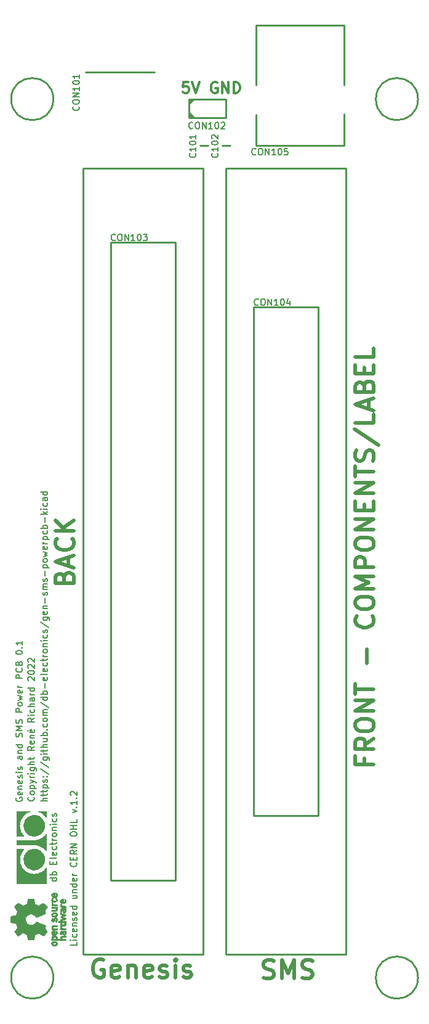
<source format=gto>
G04 #@! TF.GenerationSoftware,KiCad,Pcbnew,(6.0.5)*
G04 #@! TF.CreationDate,2022-11-07T18:45:20-05:00*
G04 #@! TF.ProjectId,power-pcb,706f7765-722d-4706-9362-2e6b69636164,0.1*
G04 #@! TF.SameCoordinates,Original*
G04 #@! TF.FileFunction,Legend,Top*
G04 #@! TF.FilePolarity,Positive*
%FSLAX45Y45*%
G04 Gerber Fmt 4.5, Leading zero omitted, Abs format (unit mm)*
G04 Created by KiCad (PCBNEW (6.0.5)) date 2022-11-07 18:45:20*
%MOMM*%
%LPD*%
G01*
G04 APERTURE LIST*
%ADD10C,0.254000*%
%ADD11C,0.508000*%
%ADD12C,0.300000*%
%ADD13C,0.203200*%
%ADD14C,0.177800*%
%ADD15C,0.010000*%
G04 APERTURE END LIST*
D10*
X14541500Y-15684500D02*
X14541500Y-4889500D01*
X14859000Y-15684500D02*
X14859000Y-4889500D01*
X14859000Y-15684500D02*
X16510000Y-15684500D01*
X14541500Y-4889500D02*
X12890500Y-4889500D01*
X16510000Y-15684500D02*
X16510000Y-4889500D01*
X16510000Y-4889500D02*
X14859000Y-4889500D01*
X12890500Y-15684500D02*
X12890500Y-4889500D01*
X12890500Y-15684500D02*
X14541500Y-15684500D01*
D11*
X12631057Y-10504714D02*
X12643152Y-10468429D01*
X12655248Y-10456333D01*
X12679438Y-10444238D01*
X12715724Y-10444238D01*
X12739914Y-10456333D01*
X12752009Y-10468429D01*
X12764105Y-10492619D01*
X12764105Y-10589381D01*
X12510105Y-10589381D01*
X12510105Y-10504714D01*
X12522200Y-10480524D01*
X12534295Y-10468429D01*
X12558486Y-10456333D01*
X12582676Y-10456333D01*
X12606867Y-10468429D01*
X12618962Y-10480524D01*
X12631057Y-10504714D01*
X12631057Y-10589381D01*
X12691533Y-10347476D02*
X12691533Y-10226524D01*
X12764105Y-10371667D02*
X12510105Y-10287000D01*
X12764105Y-10202333D01*
X12739914Y-9972524D02*
X12752009Y-9984619D01*
X12764105Y-10020905D01*
X12764105Y-10045095D01*
X12752009Y-10081381D01*
X12727819Y-10105571D01*
X12703628Y-10117667D01*
X12655248Y-10129762D01*
X12618962Y-10129762D01*
X12570581Y-10117667D01*
X12546390Y-10105571D01*
X12522200Y-10081381D01*
X12510105Y-10045095D01*
X12510105Y-10020905D01*
X12522200Y-9984619D01*
X12534295Y-9972524D01*
X12764105Y-9863667D02*
X12510105Y-9863667D01*
X12764105Y-9718524D02*
X12618962Y-9827381D01*
X12510105Y-9718524D02*
X12655248Y-9863667D01*
D12*
X14341514Y-3702457D02*
X14270086Y-3702457D01*
X14262943Y-3773886D01*
X14270086Y-3766743D01*
X14284371Y-3759600D01*
X14320086Y-3759600D01*
X14334371Y-3766743D01*
X14341514Y-3773886D01*
X14348657Y-3788171D01*
X14348657Y-3823886D01*
X14341514Y-3838171D01*
X14334371Y-3845314D01*
X14320086Y-3852457D01*
X14284371Y-3852457D01*
X14270086Y-3845314D01*
X14262943Y-3838171D01*
X14391514Y-3702457D02*
X14441514Y-3852457D01*
X14491514Y-3702457D01*
X14734371Y-3709600D02*
X14720086Y-3702457D01*
X14698657Y-3702457D01*
X14677228Y-3709600D01*
X14662943Y-3723886D01*
X14655800Y-3738171D01*
X14648657Y-3766743D01*
X14648657Y-3788171D01*
X14655800Y-3816743D01*
X14662943Y-3831028D01*
X14677228Y-3845314D01*
X14698657Y-3852457D01*
X14712943Y-3852457D01*
X14734371Y-3845314D01*
X14741514Y-3838171D01*
X14741514Y-3788171D01*
X14712943Y-3788171D01*
X14805800Y-3852457D02*
X14805800Y-3702457D01*
X14891514Y-3852457D01*
X14891514Y-3702457D01*
X14962943Y-3852457D02*
X14962943Y-3702457D01*
X14998657Y-3702457D01*
X15020086Y-3709600D01*
X15034371Y-3723886D01*
X15041514Y-3738171D01*
X15048657Y-3766743D01*
X15048657Y-3788171D01*
X15041514Y-3816743D01*
X15034371Y-3831028D01*
X15020086Y-3845314D01*
X14998657Y-3852457D01*
X14962943Y-3852457D01*
D13*
X12803717Y-15515167D02*
X12803717Y-15557500D01*
X12714817Y-15557500D01*
X12803717Y-15485533D02*
X12744450Y-15485533D01*
X12714817Y-15485533D02*
X12719050Y-15489767D01*
X12723283Y-15485533D01*
X12719050Y-15481300D01*
X12714817Y-15485533D01*
X12723283Y-15485533D01*
X12799483Y-15405100D02*
X12803717Y-15413567D01*
X12803717Y-15430500D01*
X12799483Y-15438967D01*
X12795250Y-15443200D01*
X12786783Y-15447433D01*
X12761383Y-15447433D01*
X12752917Y-15443200D01*
X12748683Y-15438967D01*
X12744450Y-15430500D01*
X12744450Y-15413567D01*
X12748683Y-15405100D01*
X12799483Y-15333133D02*
X12803717Y-15341600D01*
X12803717Y-15358533D01*
X12799483Y-15367000D01*
X12791017Y-15371233D01*
X12757150Y-15371233D01*
X12748683Y-15367000D01*
X12744450Y-15358533D01*
X12744450Y-15341600D01*
X12748683Y-15333133D01*
X12757150Y-15328900D01*
X12765617Y-15328900D01*
X12774083Y-15371233D01*
X12744450Y-15290800D02*
X12803717Y-15290800D01*
X12752917Y-15290800D02*
X12748683Y-15286567D01*
X12744450Y-15278100D01*
X12744450Y-15265400D01*
X12748683Y-15256933D01*
X12757150Y-15252700D01*
X12803717Y-15252700D01*
X12799483Y-15214600D02*
X12803717Y-15206133D01*
X12803717Y-15189200D01*
X12799483Y-15180733D01*
X12791017Y-15176500D01*
X12786783Y-15176500D01*
X12778317Y-15180733D01*
X12774083Y-15189200D01*
X12774083Y-15201900D01*
X12769850Y-15210367D01*
X12761383Y-15214600D01*
X12757150Y-15214600D01*
X12748683Y-15210367D01*
X12744450Y-15201900D01*
X12744450Y-15189200D01*
X12748683Y-15180733D01*
X12799483Y-15104533D02*
X12803717Y-15113000D01*
X12803717Y-15129933D01*
X12799483Y-15138400D01*
X12791017Y-15142633D01*
X12757150Y-15142633D01*
X12748683Y-15138400D01*
X12744450Y-15129933D01*
X12744450Y-15113000D01*
X12748683Y-15104533D01*
X12757150Y-15100300D01*
X12765617Y-15100300D01*
X12774083Y-15142633D01*
X12803717Y-15024100D02*
X12714817Y-15024100D01*
X12799483Y-15024100D02*
X12803717Y-15032567D01*
X12803717Y-15049500D01*
X12799483Y-15057967D01*
X12795250Y-15062200D01*
X12786783Y-15066433D01*
X12761383Y-15066433D01*
X12752917Y-15062200D01*
X12748683Y-15057967D01*
X12744450Y-15049500D01*
X12744450Y-15032567D01*
X12748683Y-15024100D01*
X12744450Y-14875933D02*
X12803717Y-14875933D01*
X12744450Y-14914033D02*
X12791017Y-14914033D01*
X12799483Y-14909800D01*
X12803717Y-14901333D01*
X12803717Y-14888633D01*
X12799483Y-14880167D01*
X12795250Y-14875933D01*
X12744450Y-14833600D02*
X12803717Y-14833600D01*
X12752917Y-14833600D02*
X12748683Y-14829367D01*
X12744450Y-14820900D01*
X12744450Y-14808200D01*
X12748683Y-14799733D01*
X12757150Y-14795500D01*
X12803717Y-14795500D01*
X12803717Y-14715067D02*
X12714817Y-14715067D01*
X12799483Y-14715067D02*
X12803717Y-14723533D01*
X12803717Y-14740467D01*
X12799483Y-14748933D01*
X12795250Y-14753167D01*
X12786783Y-14757400D01*
X12761383Y-14757400D01*
X12752917Y-14753167D01*
X12748683Y-14748933D01*
X12744450Y-14740467D01*
X12744450Y-14723533D01*
X12748683Y-14715067D01*
X12799483Y-14638867D02*
X12803717Y-14647333D01*
X12803717Y-14664267D01*
X12799483Y-14672733D01*
X12791017Y-14676967D01*
X12757150Y-14676967D01*
X12748683Y-14672733D01*
X12744450Y-14664267D01*
X12744450Y-14647333D01*
X12748683Y-14638867D01*
X12757150Y-14634633D01*
X12765617Y-14634633D01*
X12774083Y-14676967D01*
X12803717Y-14596533D02*
X12744450Y-14596533D01*
X12761383Y-14596533D02*
X12752917Y-14592300D01*
X12748683Y-14588067D01*
X12744450Y-14579600D01*
X12744450Y-14571133D01*
X12795250Y-14422967D02*
X12799483Y-14427200D01*
X12803717Y-14439900D01*
X12803717Y-14448367D01*
X12799483Y-14461067D01*
X12791017Y-14469533D01*
X12782550Y-14473767D01*
X12765617Y-14478000D01*
X12752917Y-14478000D01*
X12735983Y-14473767D01*
X12727517Y-14469533D01*
X12719050Y-14461067D01*
X12714817Y-14448367D01*
X12714817Y-14439900D01*
X12719050Y-14427200D01*
X12723283Y-14422967D01*
X12757150Y-14384867D02*
X12757150Y-14355233D01*
X12803717Y-14342533D02*
X12803717Y-14384867D01*
X12714817Y-14384867D01*
X12714817Y-14342533D01*
X12803717Y-14253633D02*
X12761383Y-14283267D01*
X12803717Y-14304433D02*
X12714817Y-14304433D01*
X12714817Y-14270567D01*
X12719050Y-14262100D01*
X12723283Y-14257867D01*
X12731750Y-14253633D01*
X12744450Y-14253633D01*
X12752917Y-14257867D01*
X12757150Y-14262100D01*
X12761383Y-14270567D01*
X12761383Y-14304433D01*
X12803717Y-14215533D02*
X12714817Y-14215533D01*
X12803717Y-14164733D01*
X12714817Y-14164733D01*
X12714817Y-14037733D02*
X12714817Y-14020800D01*
X12719050Y-14012333D01*
X12727517Y-14003867D01*
X12744450Y-13999633D01*
X12774083Y-13999633D01*
X12791017Y-14003867D01*
X12799483Y-14012333D01*
X12803717Y-14020800D01*
X12803717Y-14037733D01*
X12799483Y-14046200D01*
X12791017Y-14054667D01*
X12774083Y-14058900D01*
X12744450Y-14058900D01*
X12727517Y-14054667D01*
X12719050Y-14046200D01*
X12714817Y-14037733D01*
X12803717Y-13961533D02*
X12714817Y-13961533D01*
X12757150Y-13961533D02*
X12757150Y-13910733D01*
X12803717Y-13910733D02*
X12714817Y-13910733D01*
X12803717Y-13826067D02*
X12803717Y-13868400D01*
X12714817Y-13868400D01*
X12744450Y-13737167D02*
X12803717Y-13716000D01*
X12744450Y-13694833D01*
X12795250Y-13660967D02*
X12799483Y-13656733D01*
X12803717Y-13660967D01*
X12799483Y-13665200D01*
X12795250Y-13660967D01*
X12803717Y-13660967D01*
X12803717Y-13572067D02*
X12803717Y-13622867D01*
X12803717Y-13597467D02*
X12714817Y-13597467D01*
X12727517Y-13605933D01*
X12735983Y-13614400D01*
X12740217Y-13622867D01*
X12795250Y-13533967D02*
X12799483Y-13529733D01*
X12803717Y-13533967D01*
X12799483Y-13538200D01*
X12795250Y-13533967D01*
X12803717Y-13533967D01*
X12723283Y-13495867D02*
X12719050Y-13491633D01*
X12714817Y-13483167D01*
X12714817Y-13462000D01*
X12719050Y-13453533D01*
X12723283Y-13449300D01*
X12731750Y-13445067D01*
X12740217Y-13445067D01*
X12752917Y-13449300D01*
X12803717Y-13500100D01*
X12803717Y-13445067D01*
X11969750Y-13531850D02*
X11965517Y-13540317D01*
X11965517Y-13553017D01*
X11969750Y-13565717D01*
X11978217Y-13574183D01*
X11986683Y-13578417D01*
X12003617Y-13582650D01*
X12016317Y-13582650D01*
X12033250Y-13578417D01*
X12041717Y-13574183D01*
X12050183Y-13565717D01*
X12054417Y-13553017D01*
X12054417Y-13544550D01*
X12050183Y-13531850D01*
X12045950Y-13527617D01*
X12016317Y-13527617D01*
X12016317Y-13544550D01*
X12050183Y-13455650D02*
X12054417Y-13464117D01*
X12054417Y-13481050D01*
X12050183Y-13489517D01*
X12041717Y-13493750D01*
X12007850Y-13493750D01*
X11999383Y-13489517D01*
X11995150Y-13481050D01*
X11995150Y-13464117D01*
X11999383Y-13455650D01*
X12007850Y-13451417D01*
X12016317Y-13451417D01*
X12024783Y-13493750D01*
X11995150Y-13413317D02*
X12054417Y-13413317D01*
X12003617Y-13413317D02*
X11999383Y-13409083D01*
X11995150Y-13400617D01*
X11995150Y-13387917D01*
X11999383Y-13379450D01*
X12007850Y-13375217D01*
X12054417Y-13375217D01*
X12050183Y-13299017D02*
X12054417Y-13307483D01*
X12054417Y-13324417D01*
X12050183Y-13332883D01*
X12041717Y-13337117D01*
X12007850Y-13337117D01*
X11999383Y-13332883D01*
X11995150Y-13324417D01*
X11995150Y-13307483D01*
X11999383Y-13299017D01*
X12007850Y-13294783D01*
X12016317Y-13294783D01*
X12024783Y-13337117D01*
X12050183Y-13260917D02*
X12054417Y-13252450D01*
X12054417Y-13235517D01*
X12050183Y-13227050D01*
X12041717Y-13222817D01*
X12037483Y-13222817D01*
X12029017Y-13227050D01*
X12024783Y-13235517D01*
X12024783Y-13248217D01*
X12020550Y-13256683D01*
X12012083Y-13260917D01*
X12007850Y-13260917D01*
X11999383Y-13256683D01*
X11995150Y-13248217D01*
X11995150Y-13235517D01*
X11999383Y-13227050D01*
X12054417Y-13184717D02*
X11995150Y-13184717D01*
X11965517Y-13184717D02*
X11969750Y-13188950D01*
X11973983Y-13184717D01*
X11969750Y-13180483D01*
X11965517Y-13184717D01*
X11973983Y-13184717D01*
X12050183Y-13146617D02*
X12054417Y-13138150D01*
X12054417Y-13121217D01*
X12050183Y-13112750D01*
X12041717Y-13108517D01*
X12037483Y-13108517D01*
X12029017Y-13112750D01*
X12024783Y-13121217D01*
X12024783Y-13133917D01*
X12020550Y-13142383D01*
X12012083Y-13146617D01*
X12007850Y-13146617D01*
X11999383Y-13142383D01*
X11995150Y-13133917D01*
X11995150Y-13121217D01*
X11999383Y-13112750D01*
X12054417Y-12964583D02*
X12007850Y-12964583D01*
X11999383Y-12968817D01*
X11995150Y-12977283D01*
X11995150Y-12994217D01*
X11999383Y-13002683D01*
X12050183Y-12964583D02*
X12054417Y-12973050D01*
X12054417Y-12994217D01*
X12050183Y-13002683D01*
X12041717Y-13006917D01*
X12033250Y-13006917D01*
X12024783Y-13002683D01*
X12020550Y-12994217D01*
X12020550Y-12973050D01*
X12016317Y-12964583D01*
X11995150Y-12922250D02*
X12054417Y-12922250D01*
X12003617Y-12922250D02*
X11999383Y-12918017D01*
X11995150Y-12909550D01*
X11995150Y-12896850D01*
X11999383Y-12888383D01*
X12007850Y-12884150D01*
X12054417Y-12884150D01*
X12054417Y-12803717D02*
X11965517Y-12803717D01*
X12050183Y-12803717D02*
X12054417Y-12812183D01*
X12054417Y-12829117D01*
X12050183Y-12837583D01*
X12045950Y-12841817D01*
X12037483Y-12846050D01*
X12012083Y-12846050D01*
X12003617Y-12841817D01*
X11999383Y-12837583D01*
X11995150Y-12829117D01*
X11995150Y-12812183D01*
X11999383Y-12803717D01*
X12050183Y-12697883D02*
X12054417Y-12685183D01*
X12054417Y-12664017D01*
X12050183Y-12655550D01*
X12045950Y-12651317D01*
X12037483Y-12647083D01*
X12029017Y-12647083D01*
X12020550Y-12651317D01*
X12016317Y-12655550D01*
X12012083Y-12664017D01*
X12007850Y-12680950D01*
X12003617Y-12689417D01*
X11999383Y-12693650D01*
X11990917Y-12697883D01*
X11982450Y-12697883D01*
X11973983Y-12693650D01*
X11969750Y-12689417D01*
X11965517Y-12680950D01*
X11965517Y-12659783D01*
X11969750Y-12647083D01*
X12054417Y-12608983D02*
X11965517Y-12608983D01*
X12029017Y-12579350D01*
X11965517Y-12549717D01*
X12054417Y-12549717D01*
X12050183Y-12511617D02*
X12054417Y-12498917D01*
X12054417Y-12477750D01*
X12050183Y-12469283D01*
X12045950Y-12465050D01*
X12037483Y-12460817D01*
X12029017Y-12460817D01*
X12020550Y-12465050D01*
X12016317Y-12469283D01*
X12012083Y-12477750D01*
X12007850Y-12494683D01*
X12003617Y-12503150D01*
X11999383Y-12507383D01*
X11990917Y-12511617D01*
X11982450Y-12511617D01*
X11973983Y-12507383D01*
X11969750Y-12503150D01*
X11965517Y-12494683D01*
X11965517Y-12473517D01*
X11969750Y-12460817D01*
X12054417Y-12354983D02*
X11965517Y-12354983D01*
X11965517Y-12321117D01*
X11969750Y-12312650D01*
X11973983Y-12308417D01*
X11982450Y-12304183D01*
X11995150Y-12304183D01*
X12003617Y-12308417D01*
X12007850Y-12312650D01*
X12012083Y-12321117D01*
X12012083Y-12354983D01*
X12054417Y-12253383D02*
X12050183Y-12261850D01*
X12045950Y-12266083D01*
X12037483Y-12270317D01*
X12012083Y-12270317D01*
X12003617Y-12266083D01*
X11999383Y-12261850D01*
X11995150Y-12253383D01*
X11995150Y-12240683D01*
X11999383Y-12232217D01*
X12003617Y-12227983D01*
X12012083Y-12223750D01*
X12037483Y-12223750D01*
X12045950Y-12227983D01*
X12050183Y-12232217D01*
X12054417Y-12240683D01*
X12054417Y-12253383D01*
X11995150Y-12194117D02*
X12054417Y-12177183D01*
X12012083Y-12160250D01*
X12054417Y-12143317D01*
X11995150Y-12126383D01*
X12050183Y-12058650D02*
X12054417Y-12067117D01*
X12054417Y-12084050D01*
X12050183Y-12092517D01*
X12041717Y-12096750D01*
X12007850Y-12096750D01*
X11999383Y-12092517D01*
X11995150Y-12084050D01*
X11995150Y-12067117D01*
X11999383Y-12058650D01*
X12007850Y-12054417D01*
X12016317Y-12054417D01*
X12024783Y-12096750D01*
X12054417Y-12016317D02*
X11995150Y-12016317D01*
X12012083Y-12016317D02*
X12003617Y-12012083D01*
X11999383Y-12007850D01*
X11995150Y-11999383D01*
X11995150Y-11990917D01*
X12054417Y-11893550D02*
X11965517Y-11893550D01*
X11965517Y-11859683D01*
X11969750Y-11851217D01*
X11973983Y-11846983D01*
X11982450Y-11842750D01*
X11995150Y-11842750D01*
X12003617Y-11846983D01*
X12007850Y-11851217D01*
X12012083Y-11859683D01*
X12012083Y-11893550D01*
X12045950Y-11753850D02*
X12050183Y-11758083D01*
X12054417Y-11770783D01*
X12054417Y-11779250D01*
X12050183Y-11791950D01*
X12041717Y-11800417D01*
X12033250Y-11804650D01*
X12016317Y-11808883D01*
X12003617Y-11808883D01*
X11986683Y-11804650D01*
X11978217Y-11800417D01*
X11969750Y-11791950D01*
X11965517Y-11779250D01*
X11965517Y-11770783D01*
X11969750Y-11758083D01*
X11973983Y-11753850D01*
X12007850Y-11686117D02*
X12012083Y-11673417D01*
X12016317Y-11669183D01*
X12024783Y-11664950D01*
X12037483Y-11664950D01*
X12045950Y-11669183D01*
X12050183Y-11673417D01*
X12054417Y-11681883D01*
X12054417Y-11715750D01*
X11965517Y-11715750D01*
X11965517Y-11686117D01*
X11969750Y-11677650D01*
X11973983Y-11673417D01*
X11982450Y-11669183D01*
X11990917Y-11669183D01*
X11999383Y-11673417D01*
X12003617Y-11677650D01*
X12007850Y-11686117D01*
X12007850Y-11715750D01*
X11965517Y-11542183D02*
X11965517Y-11533717D01*
X11969750Y-11525250D01*
X11973983Y-11521017D01*
X11982450Y-11516783D01*
X11999383Y-11512550D01*
X12020550Y-11512550D01*
X12037483Y-11516783D01*
X12045950Y-11521017D01*
X12050183Y-11525250D01*
X12054417Y-11533717D01*
X12054417Y-11542183D01*
X12050183Y-11550650D01*
X12045950Y-11554883D01*
X12037483Y-11559117D01*
X12020550Y-11563350D01*
X11999383Y-11563350D01*
X11982450Y-11559117D01*
X11973983Y-11554883D01*
X11969750Y-11550650D01*
X11965517Y-11542183D01*
X12045950Y-11474450D02*
X12050183Y-11470217D01*
X12054417Y-11474450D01*
X12050183Y-11478683D01*
X12045950Y-11474450D01*
X12054417Y-11474450D01*
X12054417Y-11385550D02*
X12054417Y-11436350D01*
X12054417Y-11410950D02*
X11965517Y-11410950D01*
X11978217Y-11419417D01*
X11986683Y-11427883D01*
X11990917Y-11436350D01*
X12397317Y-13578417D02*
X12308417Y-13578417D01*
X12397317Y-13540317D02*
X12350750Y-13540317D01*
X12342283Y-13544550D01*
X12338050Y-13553017D01*
X12338050Y-13565717D01*
X12342283Y-13574183D01*
X12346517Y-13578417D01*
X12338050Y-13510683D02*
X12338050Y-13476817D01*
X12308417Y-13497983D02*
X12384617Y-13497983D01*
X12393083Y-13493750D01*
X12397317Y-13485283D01*
X12397317Y-13476817D01*
X12338050Y-13459883D02*
X12338050Y-13426017D01*
X12308417Y-13447183D02*
X12384617Y-13447183D01*
X12393083Y-13442950D01*
X12397317Y-13434483D01*
X12397317Y-13426017D01*
X12338050Y-13396383D02*
X12426950Y-13396383D01*
X12342283Y-13396383D02*
X12338050Y-13387917D01*
X12338050Y-13370983D01*
X12342283Y-13362517D01*
X12346517Y-13358283D01*
X12354983Y-13354050D01*
X12380383Y-13354050D01*
X12388850Y-13358283D01*
X12393083Y-13362517D01*
X12397317Y-13370983D01*
X12397317Y-13387917D01*
X12393083Y-13396383D01*
X12393083Y-13320183D02*
X12397317Y-13311717D01*
X12397317Y-13294783D01*
X12393083Y-13286317D01*
X12384617Y-13282083D01*
X12380383Y-13282083D01*
X12371917Y-13286317D01*
X12367683Y-13294783D01*
X12367683Y-13307483D01*
X12363450Y-13315950D01*
X12354983Y-13320183D01*
X12350750Y-13320183D01*
X12342283Y-13315950D01*
X12338050Y-13307483D01*
X12338050Y-13294783D01*
X12342283Y-13286317D01*
X12388850Y-13243983D02*
X12393083Y-13239750D01*
X12397317Y-13243983D01*
X12393083Y-13248217D01*
X12388850Y-13243983D01*
X12397317Y-13243983D01*
X12342283Y-13243983D02*
X12346517Y-13239750D01*
X12350750Y-13243983D01*
X12346517Y-13248217D01*
X12342283Y-13243983D01*
X12350750Y-13243983D01*
X12304183Y-13138150D02*
X12418483Y-13214350D01*
X12304183Y-13045017D02*
X12418483Y-13121217D01*
X12338050Y-12977283D02*
X12410017Y-12977283D01*
X12418483Y-12981517D01*
X12422717Y-12985750D01*
X12426950Y-12994217D01*
X12426950Y-13006917D01*
X12422717Y-13015383D01*
X12393083Y-12977283D02*
X12397317Y-12985750D01*
X12397317Y-13002683D01*
X12393083Y-13011150D01*
X12388850Y-13015383D01*
X12380383Y-13019617D01*
X12354983Y-13019617D01*
X12346517Y-13015383D01*
X12342283Y-13011150D01*
X12338050Y-13002683D01*
X12338050Y-12985750D01*
X12342283Y-12977283D01*
X12397317Y-12934950D02*
X12338050Y-12934950D01*
X12308417Y-12934950D02*
X12312650Y-12939183D01*
X12316883Y-12934950D01*
X12312650Y-12930717D01*
X12308417Y-12934950D01*
X12316883Y-12934950D01*
X12338050Y-12905317D02*
X12338050Y-12871450D01*
X12308417Y-12892617D02*
X12384617Y-12892617D01*
X12393083Y-12888383D01*
X12397317Y-12879917D01*
X12397317Y-12871450D01*
X12397317Y-12841817D02*
X12308417Y-12841817D01*
X12397317Y-12803717D02*
X12350750Y-12803717D01*
X12342283Y-12807950D01*
X12338050Y-12816417D01*
X12338050Y-12829117D01*
X12342283Y-12837583D01*
X12346517Y-12841817D01*
X12338050Y-12723283D02*
X12397317Y-12723283D01*
X12338050Y-12761383D02*
X12384617Y-12761383D01*
X12393083Y-12757150D01*
X12397317Y-12748683D01*
X12397317Y-12735983D01*
X12393083Y-12727517D01*
X12388850Y-12723283D01*
X12397317Y-12680950D02*
X12308417Y-12680950D01*
X12342283Y-12680950D02*
X12338050Y-12672483D01*
X12338050Y-12655550D01*
X12342283Y-12647083D01*
X12346517Y-12642850D01*
X12354983Y-12638617D01*
X12380383Y-12638617D01*
X12388850Y-12642850D01*
X12393083Y-12647083D01*
X12397317Y-12655550D01*
X12397317Y-12672483D01*
X12393083Y-12680950D01*
X12388850Y-12600517D02*
X12393083Y-12596283D01*
X12397317Y-12600517D01*
X12393083Y-12604750D01*
X12388850Y-12600517D01*
X12397317Y-12600517D01*
X12393083Y-12520083D02*
X12397317Y-12528550D01*
X12397317Y-12545483D01*
X12393083Y-12553950D01*
X12388850Y-12558183D01*
X12380383Y-12562417D01*
X12354983Y-12562417D01*
X12346517Y-12558183D01*
X12342283Y-12553950D01*
X12338050Y-12545483D01*
X12338050Y-12528550D01*
X12342283Y-12520083D01*
X12397317Y-12469283D02*
X12393083Y-12477750D01*
X12388850Y-12481983D01*
X12380383Y-12486217D01*
X12354983Y-12486217D01*
X12346517Y-12481983D01*
X12342283Y-12477750D01*
X12338050Y-12469283D01*
X12338050Y-12456583D01*
X12342283Y-12448117D01*
X12346517Y-12443883D01*
X12354983Y-12439650D01*
X12380383Y-12439650D01*
X12388850Y-12443883D01*
X12393083Y-12448117D01*
X12397317Y-12456583D01*
X12397317Y-12469283D01*
X12397317Y-12401550D02*
X12338050Y-12401550D01*
X12346517Y-12401550D02*
X12342283Y-12397317D01*
X12338050Y-12388850D01*
X12338050Y-12376150D01*
X12342283Y-12367683D01*
X12350750Y-12363450D01*
X12397317Y-12363450D01*
X12350750Y-12363450D02*
X12342283Y-12359217D01*
X12338050Y-12350750D01*
X12338050Y-12338050D01*
X12342283Y-12329583D01*
X12350750Y-12325350D01*
X12397317Y-12325350D01*
X12304183Y-12219517D02*
X12418483Y-12295717D01*
X12397317Y-12151783D02*
X12308417Y-12151783D01*
X12393083Y-12151783D02*
X12397317Y-12160250D01*
X12397317Y-12177183D01*
X12393083Y-12185650D01*
X12388850Y-12189883D01*
X12380383Y-12194117D01*
X12354983Y-12194117D01*
X12346517Y-12189883D01*
X12342283Y-12185650D01*
X12338050Y-12177183D01*
X12338050Y-12160250D01*
X12342283Y-12151783D01*
X12397317Y-12109450D02*
X12308417Y-12109450D01*
X12342283Y-12109450D02*
X12338050Y-12100983D01*
X12338050Y-12084050D01*
X12342283Y-12075583D01*
X12346517Y-12071350D01*
X12354983Y-12067117D01*
X12380383Y-12067117D01*
X12388850Y-12071350D01*
X12393083Y-12075583D01*
X12397317Y-12084050D01*
X12397317Y-12100983D01*
X12393083Y-12109450D01*
X12363450Y-12029017D02*
X12363450Y-11961283D01*
X12393083Y-11885083D02*
X12397317Y-11893550D01*
X12397317Y-11910483D01*
X12393083Y-11918950D01*
X12384617Y-11923183D01*
X12350750Y-11923183D01*
X12342283Y-11918950D01*
X12338050Y-11910483D01*
X12338050Y-11893550D01*
X12342283Y-11885083D01*
X12350750Y-11880850D01*
X12359217Y-11880850D01*
X12367683Y-11923183D01*
X12397317Y-11830050D02*
X12393083Y-11838517D01*
X12384617Y-11842750D01*
X12308417Y-11842750D01*
X12393083Y-11762317D02*
X12397317Y-11770783D01*
X12397317Y-11787717D01*
X12393083Y-11796183D01*
X12384617Y-11800417D01*
X12350750Y-11800417D01*
X12342283Y-11796183D01*
X12338050Y-11787717D01*
X12338050Y-11770783D01*
X12342283Y-11762317D01*
X12350750Y-11758083D01*
X12359217Y-11758083D01*
X12367683Y-11800417D01*
X12393083Y-11681883D02*
X12397317Y-11690350D01*
X12397317Y-11707283D01*
X12393083Y-11715750D01*
X12388850Y-11719983D01*
X12380383Y-11724217D01*
X12354983Y-11724217D01*
X12346517Y-11719983D01*
X12342283Y-11715750D01*
X12338050Y-11707283D01*
X12338050Y-11690350D01*
X12342283Y-11681883D01*
X12338050Y-11656483D02*
X12338050Y-11622617D01*
X12308417Y-11643783D02*
X12384617Y-11643783D01*
X12393083Y-11639550D01*
X12397317Y-11631083D01*
X12397317Y-11622617D01*
X12397317Y-11592983D02*
X12338050Y-11592983D01*
X12354983Y-11592983D02*
X12346517Y-11588750D01*
X12342283Y-11584517D01*
X12338050Y-11576050D01*
X12338050Y-11567583D01*
X12397317Y-11525250D02*
X12393083Y-11533717D01*
X12388850Y-11537950D01*
X12380383Y-11542183D01*
X12354983Y-11542183D01*
X12346517Y-11537950D01*
X12342283Y-11533717D01*
X12338050Y-11525250D01*
X12338050Y-11512550D01*
X12342283Y-11504083D01*
X12346517Y-11499850D01*
X12354983Y-11495617D01*
X12380383Y-11495617D01*
X12388850Y-11499850D01*
X12393083Y-11504083D01*
X12397317Y-11512550D01*
X12397317Y-11525250D01*
X12338050Y-11457517D02*
X12397317Y-11457517D01*
X12346517Y-11457517D02*
X12342283Y-11453283D01*
X12338050Y-11444817D01*
X12338050Y-11432117D01*
X12342283Y-11423650D01*
X12350750Y-11419417D01*
X12397317Y-11419417D01*
X12397317Y-11377083D02*
X12338050Y-11377083D01*
X12308417Y-11377083D02*
X12312650Y-11381317D01*
X12316883Y-11377083D01*
X12312650Y-11372850D01*
X12308417Y-11377083D01*
X12316883Y-11377083D01*
X12393083Y-11296650D02*
X12397317Y-11305117D01*
X12397317Y-11322050D01*
X12393083Y-11330517D01*
X12388850Y-11334750D01*
X12380383Y-11338983D01*
X12354983Y-11338983D01*
X12346517Y-11334750D01*
X12342283Y-11330517D01*
X12338050Y-11322050D01*
X12338050Y-11305117D01*
X12342283Y-11296650D01*
X12393083Y-11262783D02*
X12397317Y-11254317D01*
X12397317Y-11237383D01*
X12393083Y-11228917D01*
X12384617Y-11224683D01*
X12380383Y-11224683D01*
X12371917Y-11228917D01*
X12367683Y-11237383D01*
X12367683Y-11250083D01*
X12363450Y-11258550D01*
X12354983Y-11262783D01*
X12350750Y-11262783D01*
X12342283Y-11258550D01*
X12338050Y-11250083D01*
X12338050Y-11237383D01*
X12342283Y-11228917D01*
X12304183Y-11123083D02*
X12418483Y-11199283D01*
X12338050Y-11055350D02*
X12410017Y-11055350D01*
X12418483Y-11059583D01*
X12422717Y-11063817D01*
X12426950Y-11072283D01*
X12426950Y-11084983D01*
X12422717Y-11093450D01*
X12393083Y-11055350D02*
X12397317Y-11063817D01*
X12397317Y-11080750D01*
X12393083Y-11089217D01*
X12388850Y-11093450D01*
X12380383Y-11097683D01*
X12354983Y-11097683D01*
X12346517Y-11093450D01*
X12342283Y-11089217D01*
X12338050Y-11080750D01*
X12338050Y-11063817D01*
X12342283Y-11055350D01*
X12393083Y-10979150D02*
X12397317Y-10987617D01*
X12397317Y-11004550D01*
X12393083Y-11013017D01*
X12384617Y-11017250D01*
X12350750Y-11017250D01*
X12342283Y-11013017D01*
X12338050Y-11004550D01*
X12338050Y-10987617D01*
X12342283Y-10979150D01*
X12350750Y-10974917D01*
X12359217Y-10974917D01*
X12367683Y-11017250D01*
X12338050Y-10936817D02*
X12397317Y-10936817D01*
X12346517Y-10936817D02*
X12342283Y-10932583D01*
X12338050Y-10924117D01*
X12338050Y-10911417D01*
X12342283Y-10902950D01*
X12350750Y-10898717D01*
X12397317Y-10898717D01*
X12363450Y-10856383D02*
X12363450Y-10788650D01*
X12393083Y-10750550D02*
X12397317Y-10742083D01*
X12397317Y-10725150D01*
X12393083Y-10716683D01*
X12384617Y-10712450D01*
X12380383Y-10712450D01*
X12371917Y-10716683D01*
X12367683Y-10725150D01*
X12367683Y-10737850D01*
X12363450Y-10746317D01*
X12354983Y-10750550D01*
X12350750Y-10750550D01*
X12342283Y-10746317D01*
X12338050Y-10737850D01*
X12338050Y-10725150D01*
X12342283Y-10716683D01*
X12397317Y-10674350D02*
X12338050Y-10674350D01*
X12346517Y-10674350D02*
X12342283Y-10670117D01*
X12338050Y-10661650D01*
X12338050Y-10648950D01*
X12342283Y-10640483D01*
X12350750Y-10636250D01*
X12397317Y-10636250D01*
X12350750Y-10636250D02*
X12342283Y-10632017D01*
X12338050Y-10623550D01*
X12338050Y-10610850D01*
X12342283Y-10602383D01*
X12350750Y-10598150D01*
X12397317Y-10598150D01*
X12393083Y-10560050D02*
X12397317Y-10551583D01*
X12397317Y-10534650D01*
X12393083Y-10526183D01*
X12384617Y-10521950D01*
X12380383Y-10521950D01*
X12371917Y-10526183D01*
X12367683Y-10534650D01*
X12367683Y-10547350D01*
X12363450Y-10555817D01*
X12354983Y-10560050D01*
X12350750Y-10560050D01*
X12342283Y-10555817D01*
X12338050Y-10547350D01*
X12338050Y-10534650D01*
X12342283Y-10526183D01*
X12363450Y-10483850D02*
X12363450Y-10416117D01*
X12338050Y-10373783D02*
X12426950Y-10373783D01*
X12342283Y-10373783D02*
X12338050Y-10365317D01*
X12338050Y-10348383D01*
X12342283Y-10339917D01*
X12346517Y-10335683D01*
X12354983Y-10331450D01*
X12380383Y-10331450D01*
X12388850Y-10335683D01*
X12393083Y-10339917D01*
X12397317Y-10348383D01*
X12397317Y-10365317D01*
X12393083Y-10373783D01*
X12397317Y-10280650D02*
X12393083Y-10289117D01*
X12388850Y-10293350D01*
X12380383Y-10297583D01*
X12354983Y-10297583D01*
X12346517Y-10293350D01*
X12342283Y-10289117D01*
X12338050Y-10280650D01*
X12338050Y-10267950D01*
X12342283Y-10259483D01*
X12346517Y-10255250D01*
X12354983Y-10251017D01*
X12380383Y-10251017D01*
X12388850Y-10255250D01*
X12393083Y-10259483D01*
X12397317Y-10267950D01*
X12397317Y-10280650D01*
X12338050Y-10221383D02*
X12397317Y-10204450D01*
X12354983Y-10187517D01*
X12397317Y-10170583D01*
X12338050Y-10153650D01*
X12393083Y-10085917D02*
X12397317Y-10094383D01*
X12397317Y-10111317D01*
X12393083Y-10119783D01*
X12384617Y-10124017D01*
X12350750Y-10124017D01*
X12342283Y-10119783D01*
X12338050Y-10111317D01*
X12338050Y-10094383D01*
X12342283Y-10085917D01*
X12350750Y-10081683D01*
X12359217Y-10081683D01*
X12367683Y-10124017D01*
X12397317Y-10043583D02*
X12338050Y-10043583D01*
X12354983Y-10043583D02*
X12346517Y-10039350D01*
X12342283Y-10035117D01*
X12338050Y-10026650D01*
X12338050Y-10018183D01*
X12338050Y-9988550D02*
X12426950Y-9988550D01*
X12342283Y-9988550D02*
X12338050Y-9980083D01*
X12338050Y-9963150D01*
X12342283Y-9954683D01*
X12346517Y-9950450D01*
X12354983Y-9946217D01*
X12380383Y-9946217D01*
X12388850Y-9950450D01*
X12393083Y-9954683D01*
X12397317Y-9963150D01*
X12397317Y-9980083D01*
X12393083Y-9988550D01*
X12393083Y-9870017D02*
X12397317Y-9878483D01*
X12397317Y-9895417D01*
X12393083Y-9903883D01*
X12388850Y-9908117D01*
X12380383Y-9912350D01*
X12354983Y-9912350D01*
X12346517Y-9908117D01*
X12342283Y-9903883D01*
X12338050Y-9895417D01*
X12338050Y-9878483D01*
X12342283Y-9870017D01*
X12397317Y-9831917D02*
X12308417Y-9831917D01*
X12342283Y-9831917D02*
X12338050Y-9823450D01*
X12338050Y-9806517D01*
X12342283Y-9798050D01*
X12346517Y-9793817D01*
X12354983Y-9789583D01*
X12380383Y-9789583D01*
X12388850Y-9793817D01*
X12393083Y-9798050D01*
X12397317Y-9806517D01*
X12397317Y-9823450D01*
X12393083Y-9831917D01*
X12363450Y-9751483D02*
X12363450Y-9683750D01*
X12397317Y-9641417D02*
X12308417Y-9641417D01*
X12363450Y-9632950D02*
X12397317Y-9607550D01*
X12338050Y-9607550D02*
X12371917Y-9641417D01*
X12397317Y-9569450D02*
X12338050Y-9569450D01*
X12308417Y-9569450D02*
X12312650Y-9573683D01*
X12316883Y-9569450D01*
X12312650Y-9565217D01*
X12308417Y-9569450D01*
X12316883Y-9569450D01*
X12393083Y-9489017D02*
X12397317Y-9497483D01*
X12397317Y-9514417D01*
X12393083Y-9522883D01*
X12388850Y-9527117D01*
X12380383Y-9531350D01*
X12354983Y-9531350D01*
X12346517Y-9527117D01*
X12342283Y-9522883D01*
X12338050Y-9514417D01*
X12338050Y-9497483D01*
X12342283Y-9489017D01*
X12397317Y-9412817D02*
X12350750Y-9412817D01*
X12342283Y-9417050D01*
X12338050Y-9425517D01*
X12338050Y-9442450D01*
X12342283Y-9450917D01*
X12393083Y-9412817D02*
X12397317Y-9421283D01*
X12397317Y-9442450D01*
X12393083Y-9450917D01*
X12384617Y-9455150D01*
X12376150Y-9455150D01*
X12367683Y-9450917D01*
X12363450Y-9442450D01*
X12363450Y-9421283D01*
X12359217Y-9412817D01*
X12397317Y-9332383D02*
X12308417Y-9332383D01*
X12393083Y-9332383D02*
X12397317Y-9340850D01*
X12397317Y-9357783D01*
X12393083Y-9366250D01*
X12388850Y-9370483D01*
X12380383Y-9374717D01*
X12354983Y-9374717D01*
X12346517Y-9370483D01*
X12342283Y-9366250D01*
X12338050Y-9357783D01*
X12338050Y-9340850D01*
X12342283Y-9332383D01*
X12211050Y-13523383D02*
X12215283Y-13527617D01*
X12219517Y-13540317D01*
X12219517Y-13548783D01*
X12215283Y-13561483D01*
X12206817Y-13569950D01*
X12198350Y-13574183D01*
X12181417Y-13578417D01*
X12168717Y-13578417D01*
X12151783Y-13574183D01*
X12143317Y-13569950D01*
X12134850Y-13561483D01*
X12130617Y-13548783D01*
X12130617Y-13540317D01*
X12134850Y-13527617D01*
X12139083Y-13523383D01*
X12219517Y-13472583D02*
X12215283Y-13481050D01*
X12211050Y-13485283D01*
X12202583Y-13489517D01*
X12177183Y-13489517D01*
X12168717Y-13485283D01*
X12164483Y-13481050D01*
X12160250Y-13472583D01*
X12160250Y-13459883D01*
X12164483Y-13451417D01*
X12168717Y-13447183D01*
X12177183Y-13442950D01*
X12202583Y-13442950D01*
X12211050Y-13447183D01*
X12215283Y-13451417D01*
X12219517Y-13459883D01*
X12219517Y-13472583D01*
X12160250Y-13404850D02*
X12249150Y-13404850D01*
X12164483Y-13404850D02*
X12160250Y-13396383D01*
X12160250Y-13379450D01*
X12164483Y-13370983D01*
X12168717Y-13366750D01*
X12177183Y-13362517D01*
X12202583Y-13362517D01*
X12211050Y-13366750D01*
X12215283Y-13370983D01*
X12219517Y-13379450D01*
X12219517Y-13396383D01*
X12215283Y-13404850D01*
X12160250Y-13332883D02*
X12219517Y-13311717D01*
X12160250Y-13290550D02*
X12219517Y-13311717D01*
X12240683Y-13320183D01*
X12244917Y-13324417D01*
X12249150Y-13332883D01*
X12219517Y-13256683D02*
X12160250Y-13256683D01*
X12177183Y-13256683D02*
X12168717Y-13252450D01*
X12164483Y-13248217D01*
X12160250Y-13239750D01*
X12160250Y-13231283D01*
X12219517Y-13201650D02*
X12160250Y-13201650D01*
X12130617Y-13201650D02*
X12134850Y-13205883D01*
X12139083Y-13201650D01*
X12134850Y-13197417D01*
X12130617Y-13201650D01*
X12139083Y-13201650D01*
X12160250Y-13121217D02*
X12232217Y-13121217D01*
X12240683Y-13125450D01*
X12244917Y-13129683D01*
X12249150Y-13138150D01*
X12249150Y-13150850D01*
X12244917Y-13159317D01*
X12215283Y-13121217D02*
X12219517Y-13129683D01*
X12219517Y-13146617D01*
X12215283Y-13155083D01*
X12211050Y-13159317D01*
X12202583Y-13163550D01*
X12177183Y-13163550D01*
X12168717Y-13159317D01*
X12164483Y-13155083D01*
X12160250Y-13146617D01*
X12160250Y-13129683D01*
X12164483Y-13121217D01*
X12219517Y-13078883D02*
X12130617Y-13078883D01*
X12219517Y-13040783D02*
X12172950Y-13040783D01*
X12164483Y-13045017D01*
X12160250Y-13053483D01*
X12160250Y-13066183D01*
X12164483Y-13074650D01*
X12168717Y-13078883D01*
X12160250Y-13011150D02*
X12160250Y-12977283D01*
X12130617Y-12998450D02*
X12206817Y-12998450D01*
X12215283Y-12994217D01*
X12219517Y-12985750D01*
X12219517Y-12977283D01*
X12219517Y-12829117D02*
X12177183Y-12858750D01*
X12219517Y-12879917D02*
X12130617Y-12879917D01*
X12130617Y-12846050D01*
X12134850Y-12837583D01*
X12139083Y-12833350D01*
X12147550Y-12829117D01*
X12160250Y-12829117D01*
X12168717Y-12833350D01*
X12172950Y-12837583D01*
X12177183Y-12846050D01*
X12177183Y-12879917D01*
X12215283Y-12757150D02*
X12219517Y-12765617D01*
X12219517Y-12782550D01*
X12215283Y-12791017D01*
X12206817Y-12795250D01*
X12172950Y-12795250D01*
X12164483Y-12791017D01*
X12160250Y-12782550D01*
X12160250Y-12765617D01*
X12164483Y-12757150D01*
X12172950Y-12752917D01*
X12181417Y-12752917D01*
X12189883Y-12795250D01*
X12160250Y-12714817D02*
X12219517Y-12714817D01*
X12168717Y-12714817D02*
X12164483Y-12710583D01*
X12160250Y-12702117D01*
X12160250Y-12689417D01*
X12164483Y-12680950D01*
X12172950Y-12676717D01*
X12219517Y-12676717D01*
X12215283Y-12600517D02*
X12219517Y-12608983D01*
X12219517Y-12625917D01*
X12215283Y-12634383D01*
X12206817Y-12638617D01*
X12172950Y-12638617D01*
X12164483Y-12634383D01*
X12160250Y-12625917D01*
X12160250Y-12608983D01*
X12164483Y-12600517D01*
X12172950Y-12596283D01*
X12181417Y-12596283D01*
X12189883Y-12638617D01*
X12126383Y-12608983D02*
X12139083Y-12621683D01*
X12219517Y-12439650D02*
X12177183Y-12469283D01*
X12219517Y-12490450D02*
X12130617Y-12490450D01*
X12130617Y-12456583D01*
X12134850Y-12448117D01*
X12139083Y-12443883D01*
X12147550Y-12439650D01*
X12160250Y-12439650D01*
X12168717Y-12443883D01*
X12172950Y-12448117D01*
X12177183Y-12456583D01*
X12177183Y-12490450D01*
X12219517Y-12401550D02*
X12160250Y-12401550D01*
X12130617Y-12401550D02*
X12134850Y-12405783D01*
X12139083Y-12401550D01*
X12134850Y-12397317D01*
X12130617Y-12401550D01*
X12139083Y-12401550D01*
X12215283Y-12321117D02*
X12219517Y-12329583D01*
X12219517Y-12346517D01*
X12215283Y-12354983D01*
X12211050Y-12359217D01*
X12202583Y-12363450D01*
X12177183Y-12363450D01*
X12168717Y-12359217D01*
X12164483Y-12354983D01*
X12160250Y-12346517D01*
X12160250Y-12329583D01*
X12164483Y-12321117D01*
X12219517Y-12283017D02*
X12130617Y-12283017D01*
X12219517Y-12244917D02*
X12172950Y-12244917D01*
X12164483Y-12249150D01*
X12160250Y-12257617D01*
X12160250Y-12270317D01*
X12164483Y-12278783D01*
X12168717Y-12283017D01*
X12219517Y-12164483D02*
X12172950Y-12164483D01*
X12164483Y-12168717D01*
X12160250Y-12177183D01*
X12160250Y-12194117D01*
X12164483Y-12202583D01*
X12215283Y-12164483D02*
X12219517Y-12172950D01*
X12219517Y-12194117D01*
X12215283Y-12202583D01*
X12206817Y-12206817D01*
X12198350Y-12206817D01*
X12189883Y-12202583D01*
X12185650Y-12194117D01*
X12185650Y-12172950D01*
X12181417Y-12164483D01*
X12219517Y-12122150D02*
X12160250Y-12122150D01*
X12177183Y-12122150D02*
X12168717Y-12117917D01*
X12164483Y-12113683D01*
X12160250Y-12105217D01*
X12160250Y-12096750D01*
X12219517Y-12029017D02*
X12130617Y-12029017D01*
X12215283Y-12029017D02*
X12219517Y-12037483D01*
X12219517Y-12054417D01*
X12215283Y-12062883D01*
X12211050Y-12067117D01*
X12202583Y-12071350D01*
X12177183Y-12071350D01*
X12168717Y-12067117D01*
X12164483Y-12062883D01*
X12160250Y-12054417D01*
X12160250Y-12037483D01*
X12164483Y-12029017D01*
X12139083Y-11923183D02*
X12134850Y-11918950D01*
X12130617Y-11910483D01*
X12130617Y-11889317D01*
X12134850Y-11880850D01*
X12139083Y-11876617D01*
X12147550Y-11872383D01*
X12156017Y-11872383D01*
X12168717Y-11876617D01*
X12219517Y-11927417D01*
X12219517Y-11872383D01*
X12130617Y-11817350D02*
X12130617Y-11808883D01*
X12134850Y-11800417D01*
X12139083Y-11796183D01*
X12147550Y-11791950D01*
X12164483Y-11787717D01*
X12185650Y-11787717D01*
X12202583Y-11791950D01*
X12211050Y-11796183D01*
X12215283Y-11800417D01*
X12219517Y-11808883D01*
X12219517Y-11817350D01*
X12215283Y-11825817D01*
X12211050Y-11830050D01*
X12202583Y-11834283D01*
X12185650Y-11838517D01*
X12164483Y-11838517D01*
X12147550Y-11834283D01*
X12139083Y-11830050D01*
X12134850Y-11825817D01*
X12130617Y-11817350D01*
X12139083Y-11753850D02*
X12134850Y-11749617D01*
X12130617Y-11741150D01*
X12130617Y-11719983D01*
X12134850Y-11711517D01*
X12139083Y-11707283D01*
X12147550Y-11703050D01*
X12156017Y-11703050D01*
X12168717Y-11707283D01*
X12219517Y-11758083D01*
X12219517Y-11703050D01*
X12139083Y-11669183D02*
X12134850Y-11664950D01*
X12130617Y-11656483D01*
X12130617Y-11635317D01*
X12134850Y-11626850D01*
X12139083Y-11622617D01*
X12147550Y-11618383D01*
X12156017Y-11618383D01*
X12168717Y-11622617D01*
X12219517Y-11673417D01*
X12219517Y-11618383D01*
D11*
X13171109Y-15760700D02*
X13146919Y-15748605D01*
X13110633Y-15748605D01*
X13074348Y-15760700D01*
X13050157Y-15784890D01*
X13038062Y-15809081D01*
X13025967Y-15857462D01*
X13025967Y-15893748D01*
X13038062Y-15942128D01*
X13050157Y-15966319D01*
X13074348Y-15990509D01*
X13110633Y-16002605D01*
X13134824Y-16002605D01*
X13171109Y-15990509D01*
X13183205Y-15978414D01*
X13183205Y-15893748D01*
X13134824Y-15893748D01*
X13388824Y-15990509D02*
X13364633Y-16002605D01*
X13316252Y-16002605D01*
X13292062Y-15990509D01*
X13279967Y-15966319D01*
X13279967Y-15869557D01*
X13292062Y-15845367D01*
X13316252Y-15833271D01*
X13364633Y-15833271D01*
X13388824Y-15845367D01*
X13400919Y-15869557D01*
X13400919Y-15893748D01*
X13279967Y-15917938D01*
X13509776Y-15833271D02*
X13509776Y-16002605D01*
X13509776Y-15857462D02*
X13521871Y-15845367D01*
X13546062Y-15833271D01*
X13582348Y-15833271D01*
X13606538Y-15845367D01*
X13618633Y-15869557D01*
X13618633Y-16002605D01*
X13836348Y-15990509D02*
X13812157Y-16002605D01*
X13763776Y-16002605D01*
X13739586Y-15990509D01*
X13727490Y-15966319D01*
X13727490Y-15869557D01*
X13739586Y-15845367D01*
X13763776Y-15833271D01*
X13812157Y-15833271D01*
X13836348Y-15845367D01*
X13848443Y-15869557D01*
X13848443Y-15893748D01*
X13727490Y-15917938D01*
X13945205Y-15990509D02*
X13969395Y-16002605D01*
X14017776Y-16002605D01*
X14041967Y-15990509D01*
X14054062Y-15966319D01*
X14054062Y-15954224D01*
X14041967Y-15930033D01*
X14017776Y-15917938D01*
X13981490Y-15917938D01*
X13957300Y-15905843D01*
X13945205Y-15881652D01*
X13945205Y-15869557D01*
X13957300Y-15845367D01*
X13981490Y-15833271D01*
X14017776Y-15833271D01*
X14041967Y-15845367D01*
X14162919Y-16002605D02*
X14162919Y-15833271D01*
X14162919Y-15748605D02*
X14150824Y-15760700D01*
X14162919Y-15772795D01*
X14175014Y-15760700D01*
X14162919Y-15748605D01*
X14162919Y-15772795D01*
X14271776Y-15990509D02*
X14295967Y-16002605D01*
X14344348Y-16002605D01*
X14368538Y-15990509D01*
X14380633Y-15966319D01*
X14380633Y-15954224D01*
X14368538Y-15930033D01*
X14344348Y-15917938D01*
X14308062Y-15917938D01*
X14283871Y-15905843D01*
X14271776Y-15881652D01*
X14271776Y-15869557D01*
X14283871Y-15845367D01*
X14308062Y-15833271D01*
X14344348Y-15833271D01*
X14368538Y-15845367D01*
X15371233Y-16003209D02*
X15407519Y-16015305D01*
X15467995Y-16015305D01*
X15492186Y-16003209D01*
X15504281Y-15991114D01*
X15516376Y-15966924D01*
X15516376Y-15942733D01*
X15504281Y-15918543D01*
X15492186Y-15906448D01*
X15467995Y-15894352D01*
X15419614Y-15882257D01*
X15395424Y-15870162D01*
X15383328Y-15858067D01*
X15371233Y-15833876D01*
X15371233Y-15809686D01*
X15383328Y-15785495D01*
X15395424Y-15773400D01*
X15419614Y-15761305D01*
X15480090Y-15761305D01*
X15516376Y-15773400D01*
X15625233Y-16015305D02*
X15625233Y-15761305D01*
X15709900Y-15942733D01*
X15794567Y-15761305D01*
X15794567Y-16015305D01*
X15903424Y-16003209D02*
X15939709Y-16015305D01*
X16000186Y-16015305D01*
X16024376Y-16003209D01*
X16036471Y-15991114D01*
X16048567Y-15966924D01*
X16048567Y-15942733D01*
X16036471Y-15918543D01*
X16024376Y-15906448D01*
X16000186Y-15894352D01*
X15951805Y-15882257D01*
X15927614Y-15870162D01*
X15915519Y-15858067D01*
X15903424Y-15833876D01*
X15903424Y-15809686D01*
X15915519Y-15785495D01*
X15927614Y-15773400D01*
X15951805Y-15761305D01*
X16012281Y-15761305D01*
X16048567Y-15773400D01*
D13*
X12524317Y-14634633D02*
X12435417Y-14634633D01*
X12520083Y-14634633D02*
X12524317Y-14643100D01*
X12524317Y-14660033D01*
X12520083Y-14668500D01*
X12515850Y-14672733D01*
X12507383Y-14676967D01*
X12481983Y-14676967D01*
X12473517Y-14672733D01*
X12469283Y-14668500D01*
X12465050Y-14660033D01*
X12465050Y-14643100D01*
X12469283Y-14634633D01*
X12524317Y-14592300D02*
X12435417Y-14592300D01*
X12469283Y-14592300D02*
X12465050Y-14583833D01*
X12465050Y-14566900D01*
X12469283Y-14558433D01*
X12473517Y-14554200D01*
X12481983Y-14549967D01*
X12507383Y-14549967D01*
X12515850Y-14554200D01*
X12520083Y-14558433D01*
X12524317Y-14566900D01*
X12524317Y-14583833D01*
X12520083Y-14592300D01*
X12477750Y-14444133D02*
X12477750Y-14414500D01*
X12524317Y-14401800D02*
X12524317Y-14444133D01*
X12435417Y-14444133D01*
X12435417Y-14401800D01*
X12524317Y-14351000D02*
X12520083Y-14359467D01*
X12511617Y-14363700D01*
X12435417Y-14363700D01*
X12520083Y-14283267D02*
X12524317Y-14291733D01*
X12524317Y-14308667D01*
X12520083Y-14317133D01*
X12511617Y-14321367D01*
X12477750Y-14321367D01*
X12469283Y-14317133D01*
X12465050Y-14308667D01*
X12465050Y-14291733D01*
X12469283Y-14283267D01*
X12477750Y-14279033D01*
X12486217Y-14279033D01*
X12494683Y-14321367D01*
X12520083Y-14202833D02*
X12524317Y-14211300D01*
X12524317Y-14228233D01*
X12520083Y-14236700D01*
X12515850Y-14240933D01*
X12507383Y-14245167D01*
X12481983Y-14245167D01*
X12473517Y-14240933D01*
X12469283Y-14236700D01*
X12465050Y-14228233D01*
X12465050Y-14211300D01*
X12469283Y-14202833D01*
X12465050Y-14177433D02*
X12465050Y-14143567D01*
X12435417Y-14164733D02*
X12511617Y-14164733D01*
X12520083Y-14160500D01*
X12524317Y-14152033D01*
X12524317Y-14143567D01*
X12524317Y-14113933D02*
X12465050Y-14113933D01*
X12481983Y-14113933D02*
X12473517Y-14109700D01*
X12469283Y-14105467D01*
X12465050Y-14097000D01*
X12465050Y-14088533D01*
X12524317Y-14046200D02*
X12520083Y-14054667D01*
X12515850Y-14058900D01*
X12507383Y-14063133D01*
X12481983Y-14063133D01*
X12473517Y-14058900D01*
X12469283Y-14054667D01*
X12465050Y-14046200D01*
X12465050Y-14033500D01*
X12469283Y-14025033D01*
X12473517Y-14020800D01*
X12481983Y-14016567D01*
X12507383Y-14016567D01*
X12515850Y-14020800D01*
X12520083Y-14025033D01*
X12524317Y-14033500D01*
X12524317Y-14046200D01*
X12465050Y-13978467D02*
X12524317Y-13978467D01*
X12473517Y-13978467D02*
X12469283Y-13974233D01*
X12465050Y-13965767D01*
X12465050Y-13953067D01*
X12469283Y-13944600D01*
X12477750Y-13940367D01*
X12524317Y-13940367D01*
X12524317Y-13898033D02*
X12465050Y-13898033D01*
X12435417Y-13898033D02*
X12439650Y-13902267D01*
X12443883Y-13898033D01*
X12439650Y-13893800D01*
X12435417Y-13898033D01*
X12443883Y-13898033D01*
X12520083Y-13817600D02*
X12524317Y-13826067D01*
X12524317Y-13843000D01*
X12520083Y-13851467D01*
X12515850Y-13855700D01*
X12507383Y-13859933D01*
X12481983Y-13859933D01*
X12473517Y-13855700D01*
X12469283Y-13851467D01*
X12465050Y-13843000D01*
X12465050Y-13826067D01*
X12469283Y-13817600D01*
X12520083Y-13783733D02*
X12524317Y-13775267D01*
X12524317Y-13758333D01*
X12520083Y-13749867D01*
X12511617Y-13745633D01*
X12507383Y-13745633D01*
X12498917Y-13749867D01*
X12494683Y-13758333D01*
X12494683Y-13771033D01*
X12490450Y-13779500D01*
X12481983Y-13783733D01*
X12477750Y-13783733D01*
X12469283Y-13779500D01*
X12465050Y-13771033D01*
X12465050Y-13758333D01*
X12469283Y-13749867D01*
D11*
X16758557Y-12993914D02*
X16758557Y-13078581D01*
X16891605Y-13078581D02*
X16637605Y-13078581D01*
X16637605Y-12957628D01*
X16891605Y-12715724D02*
X16770652Y-12800390D01*
X16891605Y-12860867D02*
X16637605Y-12860867D01*
X16637605Y-12764105D01*
X16649700Y-12739914D01*
X16661795Y-12727819D01*
X16685986Y-12715724D01*
X16722271Y-12715724D01*
X16746462Y-12727819D01*
X16758557Y-12739914D01*
X16770652Y-12764105D01*
X16770652Y-12860867D01*
X16637605Y-12558486D02*
X16637605Y-12510105D01*
X16649700Y-12485914D01*
X16673890Y-12461724D01*
X16722271Y-12449628D01*
X16806938Y-12449628D01*
X16855319Y-12461724D01*
X16879510Y-12485914D01*
X16891605Y-12510105D01*
X16891605Y-12558486D01*
X16879510Y-12582676D01*
X16855319Y-12606867D01*
X16806938Y-12618962D01*
X16722271Y-12618962D01*
X16673890Y-12606867D01*
X16649700Y-12582676D01*
X16637605Y-12558486D01*
X16891605Y-12340771D02*
X16637605Y-12340771D01*
X16891605Y-12195628D01*
X16637605Y-12195628D01*
X16637605Y-12110962D02*
X16637605Y-11965819D01*
X16891605Y-12038390D02*
X16637605Y-12038390D01*
X16794843Y-11687628D02*
X16794843Y-11494105D01*
X16867414Y-11034486D02*
X16879510Y-11046581D01*
X16891605Y-11082867D01*
X16891605Y-11107057D01*
X16879510Y-11143343D01*
X16855319Y-11167533D01*
X16831129Y-11179629D01*
X16782748Y-11191724D01*
X16746462Y-11191724D01*
X16698081Y-11179629D01*
X16673890Y-11167533D01*
X16649700Y-11143343D01*
X16637605Y-11107057D01*
X16637605Y-11082867D01*
X16649700Y-11046581D01*
X16661795Y-11034486D01*
X16637605Y-10877248D02*
X16637605Y-10828867D01*
X16649700Y-10804676D01*
X16673890Y-10780486D01*
X16722271Y-10768390D01*
X16806938Y-10768390D01*
X16855319Y-10780486D01*
X16879510Y-10804676D01*
X16891605Y-10828867D01*
X16891605Y-10877248D01*
X16879510Y-10901438D01*
X16855319Y-10925629D01*
X16806938Y-10937724D01*
X16722271Y-10937724D01*
X16673890Y-10925629D01*
X16649700Y-10901438D01*
X16637605Y-10877248D01*
X16891605Y-10659533D02*
X16637605Y-10659533D01*
X16819033Y-10574867D01*
X16637605Y-10490200D01*
X16891605Y-10490200D01*
X16891605Y-10369248D02*
X16637605Y-10369248D01*
X16637605Y-10272486D01*
X16649700Y-10248295D01*
X16661795Y-10236200D01*
X16685986Y-10224105D01*
X16722271Y-10224105D01*
X16746462Y-10236200D01*
X16758557Y-10248295D01*
X16770652Y-10272486D01*
X16770652Y-10369248D01*
X16637605Y-10066867D02*
X16637605Y-10018486D01*
X16649700Y-9994295D01*
X16673890Y-9970105D01*
X16722271Y-9958010D01*
X16806938Y-9958010D01*
X16855319Y-9970105D01*
X16879510Y-9994295D01*
X16891605Y-10018486D01*
X16891605Y-10066867D01*
X16879510Y-10091057D01*
X16855319Y-10115248D01*
X16806938Y-10127343D01*
X16722271Y-10127343D01*
X16673890Y-10115248D01*
X16649700Y-10091057D01*
X16637605Y-10066867D01*
X16891605Y-9849152D02*
X16637605Y-9849152D01*
X16891605Y-9704010D01*
X16637605Y-9704010D01*
X16758557Y-9583057D02*
X16758557Y-9498390D01*
X16891605Y-9462105D02*
X16891605Y-9583057D01*
X16637605Y-9583057D01*
X16637605Y-9462105D01*
X16891605Y-9353248D02*
X16637605Y-9353248D01*
X16891605Y-9208105D01*
X16637605Y-9208105D01*
X16637605Y-9123438D02*
X16637605Y-8978295D01*
X16891605Y-9050867D02*
X16637605Y-9050867D01*
X16879510Y-8905724D02*
X16891605Y-8869438D01*
X16891605Y-8808962D01*
X16879510Y-8784771D01*
X16867414Y-8772676D01*
X16843224Y-8760581D01*
X16819033Y-8760581D01*
X16794843Y-8772676D01*
X16782748Y-8784771D01*
X16770652Y-8808962D01*
X16758557Y-8857343D01*
X16746462Y-8881533D01*
X16734367Y-8893629D01*
X16710176Y-8905724D01*
X16685986Y-8905724D01*
X16661795Y-8893629D01*
X16649700Y-8881533D01*
X16637605Y-8857343D01*
X16637605Y-8796867D01*
X16649700Y-8760581D01*
X16625509Y-8470295D02*
X16952081Y-8688010D01*
X16891605Y-8264676D02*
X16891605Y-8385628D01*
X16637605Y-8385628D01*
X16819033Y-8192105D02*
X16819033Y-8071152D01*
X16891605Y-8216295D02*
X16637605Y-8131628D01*
X16891605Y-8046962D01*
X16758557Y-7877628D02*
X16770652Y-7841343D01*
X16782748Y-7829248D01*
X16806938Y-7817152D01*
X16843224Y-7817152D01*
X16867414Y-7829248D01*
X16879510Y-7841343D01*
X16891605Y-7865533D01*
X16891605Y-7962295D01*
X16637605Y-7962295D01*
X16637605Y-7877628D01*
X16649700Y-7853438D01*
X16661795Y-7841343D01*
X16685986Y-7829248D01*
X16710176Y-7829248D01*
X16734367Y-7841343D01*
X16746462Y-7853438D01*
X16758557Y-7877628D01*
X16758557Y-7962295D01*
X16758557Y-7708295D02*
X16758557Y-7623628D01*
X16891605Y-7587343D02*
X16891605Y-7708295D01*
X16637605Y-7708295D01*
X16637605Y-7587343D01*
X16891605Y-7357533D02*
X16891605Y-7478486D01*
X16637605Y-7478486D01*
D14*
X15267383Y-4693250D02*
X15263150Y-4697483D01*
X15250450Y-4701717D01*
X15241983Y-4701717D01*
X15229283Y-4697483D01*
X15220817Y-4689017D01*
X15216583Y-4680550D01*
X15212350Y-4663617D01*
X15212350Y-4650917D01*
X15216583Y-4633983D01*
X15220817Y-4625517D01*
X15229283Y-4617050D01*
X15241983Y-4612817D01*
X15250450Y-4612817D01*
X15263150Y-4617050D01*
X15267383Y-4621283D01*
X15322417Y-4612817D02*
X15339350Y-4612817D01*
X15347817Y-4617050D01*
X15356283Y-4625517D01*
X15360517Y-4642450D01*
X15360517Y-4672083D01*
X15356283Y-4689017D01*
X15347817Y-4697483D01*
X15339350Y-4701717D01*
X15322417Y-4701717D01*
X15313950Y-4697483D01*
X15305483Y-4689017D01*
X15301250Y-4672083D01*
X15301250Y-4642450D01*
X15305483Y-4625517D01*
X15313950Y-4617050D01*
X15322417Y-4612817D01*
X15398617Y-4701717D02*
X15398617Y-4612817D01*
X15449417Y-4701717D01*
X15449417Y-4612817D01*
X15538317Y-4701717D02*
X15487517Y-4701717D01*
X15512917Y-4701717D02*
X15512917Y-4612817D01*
X15504450Y-4625517D01*
X15495983Y-4633983D01*
X15487517Y-4638217D01*
X15593350Y-4612817D02*
X15601817Y-4612817D01*
X15610283Y-4617050D01*
X15614517Y-4621283D01*
X15618750Y-4629750D01*
X15622983Y-4646683D01*
X15622983Y-4667850D01*
X15618750Y-4684783D01*
X15614517Y-4693250D01*
X15610283Y-4697483D01*
X15601817Y-4701717D01*
X15593350Y-4701717D01*
X15584883Y-4697483D01*
X15580650Y-4693250D01*
X15576417Y-4684783D01*
X15572183Y-4667850D01*
X15572183Y-4646683D01*
X15576417Y-4629750D01*
X15580650Y-4621283D01*
X15584883Y-4617050D01*
X15593350Y-4612817D01*
X15703417Y-4612817D02*
X15661083Y-4612817D01*
X15656850Y-4655150D01*
X15661083Y-4650917D01*
X15669550Y-4646683D01*
X15690717Y-4646683D01*
X15699183Y-4650917D01*
X15703417Y-4655150D01*
X15707650Y-4663617D01*
X15707650Y-4684783D01*
X15703417Y-4693250D01*
X15699183Y-4697483D01*
X15690717Y-4701717D01*
X15669550Y-4701717D01*
X15661083Y-4697483D01*
X15656850Y-4693250D01*
D13*
X14433550Y-4684183D02*
X14437783Y-4688417D01*
X14442017Y-4701117D01*
X14442017Y-4709583D01*
X14437783Y-4722283D01*
X14429317Y-4730750D01*
X14420850Y-4734983D01*
X14403917Y-4739217D01*
X14391217Y-4739217D01*
X14374283Y-4734983D01*
X14365817Y-4730750D01*
X14357350Y-4722283D01*
X14353117Y-4709583D01*
X14353117Y-4701117D01*
X14357350Y-4688417D01*
X14361583Y-4684183D01*
X14442017Y-4599517D02*
X14442017Y-4650317D01*
X14442017Y-4624917D02*
X14353117Y-4624917D01*
X14365817Y-4633383D01*
X14374283Y-4641850D01*
X14378517Y-4650317D01*
X14353117Y-4544483D02*
X14353117Y-4536017D01*
X14357350Y-4527550D01*
X14361583Y-4523317D01*
X14370050Y-4519083D01*
X14386983Y-4514850D01*
X14408150Y-4514850D01*
X14425083Y-4519083D01*
X14433550Y-4523317D01*
X14437783Y-4527550D01*
X14442017Y-4536017D01*
X14442017Y-4544483D01*
X14437783Y-4552950D01*
X14433550Y-4557183D01*
X14425083Y-4561417D01*
X14408150Y-4565650D01*
X14386983Y-4565650D01*
X14370050Y-4561417D01*
X14361583Y-4557183D01*
X14357350Y-4552950D01*
X14353117Y-4544483D01*
X14442017Y-4430183D02*
X14442017Y-4480983D01*
X14442017Y-4455583D02*
X14353117Y-4455583D01*
X14365817Y-4464050D01*
X14374283Y-4472517D01*
X14378517Y-4480983D01*
X15301383Y-6762750D02*
X15297150Y-6766983D01*
X15284450Y-6771217D01*
X15275983Y-6771217D01*
X15263283Y-6766983D01*
X15254817Y-6758517D01*
X15250583Y-6750050D01*
X15246350Y-6733117D01*
X15246350Y-6720417D01*
X15250583Y-6703483D01*
X15254817Y-6695017D01*
X15263283Y-6686550D01*
X15275983Y-6682317D01*
X15284450Y-6682317D01*
X15297150Y-6686550D01*
X15301383Y-6690783D01*
X15356417Y-6682317D02*
X15373350Y-6682317D01*
X15381817Y-6686550D01*
X15390283Y-6695017D01*
X15394517Y-6711950D01*
X15394517Y-6741583D01*
X15390283Y-6758517D01*
X15381817Y-6766983D01*
X15373350Y-6771217D01*
X15356417Y-6771217D01*
X15347950Y-6766983D01*
X15339483Y-6758517D01*
X15335250Y-6741583D01*
X15335250Y-6711950D01*
X15339483Y-6695017D01*
X15347950Y-6686550D01*
X15356417Y-6682317D01*
X15432617Y-6771217D02*
X15432617Y-6682317D01*
X15483417Y-6771217D01*
X15483417Y-6682317D01*
X15572317Y-6771217D02*
X15521517Y-6771217D01*
X15546917Y-6771217D02*
X15546917Y-6682317D01*
X15538450Y-6695017D01*
X15529983Y-6703483D01*
X15521517Y-6707717D01*
X15627350Y-6682317D02*
X15635817Y-6682317D01*
X15644283Y-6686550D01*
X15648517Y-6690783D01*
X15652750Y-6699250D01*
X15656983Y-6716183D01*
X15656983Y-6737350D01*
X15652750Y-6754283D01*
X15648517Y-6762750D01*
X15644283Y-6766983D01*
X15635817Y-6771217D01*
X15627350Y-6771217D01*
X15618883Y-6766983D01*
X15614650Y-6762750D01*
X15610417Y-6754283D01*
X15606183Y-6737350D01*
X15606183Y-6716183D01*
X15610417Y-6699250D01*
X15614650Y-6690783D01*
X15618883Y-6686550D01*
X15627350Y-6682317D01*
X15733183Y-6711950D02*
X15733183Y-6771217D01*
X15712017Y-6678083D02*
X15690850Y-6741583D01*
X15745883Y-6741583D01*
X14738350Y-4684183D02*
X14742583Y-4688417D01*
X14746817Y-4701117D01*
X14746817Y-4709583D01*
X14742583Y-4722283D01*
X14734117Y-4730750D01*
X14725650Y-4734983D01*
X14708717Y-4739217D01*
X14696017Y-4739217D01*
X14679083Y-4734983D01*
X14670617Y-4730750D01*
X14662150Y-4722283D01*
X14657917Y-4709583D01*
X14657917Y-4701117D01*
X14662150Y-4688417D01*
X14666383Y-4684183D01*
X14746817Y-4599517D02*
X14746817Y-4650317D01*
X14746817Y-4624917D02*
X14657917Y-4624917D01*
X14670617Y-4633383D01*
X14679083Y-4641850D01*
X14683317Y-4650317D01*
X14657917Y-4544483D02*
X14657917Y-4536017D01*
X14662150Y-4527550D01*
X14666383Y-4523317D01*
X14674850Y-4519083D01*
X14691783Y-4514850D01*
X14712950Y-4514850D01*
X14729883Y-4519083D01*
X14738350Y-4523317D01*
X14742583Y-4527550D01*
X14746817Y-4536017D01*
X14746817Y-4544483D01*
X14742583Y-4552950D01*
X14738350Y-4557183D01*
X14729883Y-4561417D01*
X14712950Y-4565650D01*
X14691783Y-4565650D01*
X14674850Y-4561417D01*
X14666383Y-4557183D01*
X14662150Y-4552950D01*
X14657917Y-4544483D01*
X14666383Y-4480983D02*
X14662150Y-4476750D01*
X14657917Y-4468283D01*
X14657917Y-4447117D01*
X14662150Y-4438650D01*
X14666383Y-4434417D01*
X14674850Y-4430183D01*
X14683317Y-4430183D01*
X14696017Y-4434417D01*
X14746817Y-4485217D01*
X14746817Y-4430183D01*
X14399683Y-4337050D02*
X14395450Y-4341283D01*
X14382750Y-4345517D01*
X14374283Y-4345517D01*
X14361583Y-4341283D01*
X14353117Y-4332817D01*
X14348883Y-4324350D01*
X14344650Y-4307417D01*
X14344650Y-4294717D01*
X14348883Y-4277783D01*
X14353117Y-4269317D01*
X14361583Y-4260850D01*
X14374283Y-4256617D01*
X14382750Y-4256617D01*
X14395450Y-4260850D01*
X14399683Y-4265083D01*
X14454717Y-4256617D02*
X14471650Y-4256617D01*
X14480117Y-4260850D01*
X14488583Y-4269317D01*
X14492817Y-4286250D01*
X14492817Y-4315883D01*
X14488583Y-4332817D01*
X14480117Y-4341283D01*
X14471650Y-4345517D01*
X14454717Y-4345517D01*
X14446250Y-4341283D01*
X14437783Y-4332817D01*
X14433550Y-4315883D01*
X14433550Y-4286250D01*
X14437783Y-4269317D01*
X14446250Y-4260850D01*
X14454717Y-4256617D01*
X14530917Y-4345517D02*
X14530917Y-4256617D01*
X14581717Y-4345517D01*
X14581717Y-4256617D01*
X14670617Y-4345517D02*
X14619817Y-4345517D01*
X14645217Y-4345517D02*
X14645217Y-4256617D01*
X14636750Y-4269317D01*
X14628283Y-4277783D01*
X14619817Y-4282017D01*
X14725650Y-4256617D02*
X14734117Y-4256617D01*
X14742583Y-4260850D01*
X14746817Y-4265083D01*
X14751050Y-4273550D01*
X14755283Y-4290483D01*
X14755283Y-4311650D01*
X14751050Y-4328583D01*
X14746817Y-4337050D01*
X14742583Y-4341283D01*
X14734117Y-4345517D01*
X14725650Y-4345517D01*
X14717183Y-4341283D01*
X14712950Y-4337050D01*
X14708717Y-4328583D01*
X14704483Y-4311650D01*
X14704483Y-4290483D01*
X14708717Y-4273550D01*
X14712950Y-4265083D01*
X14717183Y-4260850D01*
X14725650Y-4256617D01*
X14789150Y-4265083D02*
X14793383Y-4260850D01*
X14801850Y-4256617D01*
X14823017Y-4256617D01*
X14831483Y-4260850D01*
X14835717Y-4265083D01*
X14839950Y-4273550D01*
X14839950Y-4282017D01*
X14835717Y-4294717D01*
X14784917Y-4345517D01*
X14839950Y-4345517D01*
X13332883Y-5873750D02*
X13328650Y-5877983D01*
X13315950Y-5882217D01*
X13307483Y-5882217D01*
X13294783Y-5877983D01*
X13286317Y-5869517D01*
X13282083Y-5861050D01*
X13277850Y-5844117D01*
X13277850Y-5831417D01*
X13282083Y-5814483D01*
X13286317Y-5806017D01*
X13294783Y-5797550D01*
X13307483Y-5793317D01*
X13315950Y-5793317D01*
X13328650Y-5797550D01*
X13332883Y-5801783D01*
X13387917Y-5793317D02*
X13404850Y-5793317D01*
X13413317Y-5797550D01*
X13421783Y-5806017D01*
X13426017Y-5822950D01*
X13426017Y-5852583D01*
X13421783Y-5869517D01*
X13413317Y-5877983D01*
X13404850Y-5882217D01*
X13387917Y-5882217D01*
X13379450Y-5877983D01*
X13370983Y-5869517D01*
X13366750Y-5852583D01*
X13366750Y-5822950D01*
X13370983Y-5806017D01*
X13379450Y-5797550D01*
X13387917Y-5793317D01*
X13464117Y-5882217D02*
X13464117Y-5793317D01*
X13514917Y-5882217D01*
X13514917Y-5793317D01*
X13603817Y-5882217D02*
X13553017Y-5882217D01*
X13578417Y-5882217D02*
X13578417Y-5793317D01*
X13569950Y-5806017D01*
X13561483Y-5814483D01*
X13553017Y-5818717D01*
X13658850Y-5793317D02*
X13667317Y-5793317D01*
X13675783Y-5797550D01*
X13680017Y-5801783D01*
X13684250Y-5810250D01*
X13688483Y-5827183D01*
X13688483Y-5848350D01*
X13684250Y-5865283D01*
X13680017Y-5873750D01*
X13675783Y-5877983D01*
X13667317Y-5882217D01*
X13658850Y-5882217D01*
X13650383Y-5877983D01*
X13646150Y-5873750D01*
X13641917Y-5865283D01*
X13637683Y-5848350D01*
X13637683Y-5827183D01*
X13641917Y-5810250D01*
X13646150Y-5801783D01*
X13650383Y-5797550D01*
X13658850Y-5793317D01*
X13718117Y-5793317D02*
X13773150Y-5793317D01*
X13743517Y-5827183D01*
X13756217Y-5827183D01*
X13764683Y-5831417D01*
X13768917Y-5835650D01*
X13773150Y-5844117D01*
X13773150Y-5865283D01*
X13768917Y-5873750D01*
X13764683Y-5877983D01*
X13756217Y-5882217D01*
X13730817Y-5882217D01*
X13722350Y-5877983D01*
X13718117Y-5873750D01*
X12828270Y-4038427D02*
X12832503Y-4042660D01*
X12836737Y-4055360D01*
X12836737Y-4063827D01*
X12832503Y-4076527D01*
X12824037Y-4084993D01*
X12815570Y-4089227D01*
X12798637Y-4093460D01*
X12785937Y-4093460D01*
X12769003Y-4089227D01*
X12760537Y-4084993D01*
X12752070Y-4076527D01*
X12747837Y-4063827D01*
X12747837Y-4055360D01*
X12752070Y-4042660D01*
X12756303Y-4038427D01*
X12747837Y-3983393D02*
X12747837Y-3966460D01*
X12752070Y-3957993D01*
X12760537Y-3949527D01*
X12777470Y-3945293D01*
X12807103Y-3945293D01*
X12824037Y-3949527D01*
X12832503Y-3957993D01*
X12836737Y-3966460D01*
X12836737Y-3983393D01*
X12832503Y-3991860D01*
X12824037Y-4000327D01*
X12807103Y-4004560D01*
X12777470Y-4004560D01*
X12760537Y-4000327D01*
X12752070Y-3991860D01*
X12747837Y-3983393D01*
X12836737Y-3907193D02*
X12747837Y-3907193D01*
X12836737Y-3856393D01*
X12747837Y-3856393D01*
X12836737Y-3767493D02*
X12836737Y-3818293D01*
X12836737Y-3792893D02*
X12747837Y-3792893D01*
X12760537Y-3801360D01*
X12769003Y-3809827D01*
X12773237Y-3818293D01*
X12747837Y-3712460D02*
X12747837Y-3703993D01*
X12752070Y-3695527D01*
X12756303Y-3691293D01*
X12764770Y-3687060D01*
X12781703Y-3682827D01*
X12802870Y-3682827D01*
X12819803Y-3687060D01*
X12828270Y-3691293D01*
X12832503Y-3695527D01*
X12836737Y-3703993D01*
X12836737Y-3712460D01*
X12832503Y-3720927D01*
X12828270Y-3725160D01*
X12819803Y-3729393D01*
X12802870Y-3733627D01*
X12781703Y-3733627D01*
X12764770Y-3729393D01*
X12756303Y-3725160D01*
X12752070Y-3720927D01*
X12747837Y-3712460D01*
X12836737Y-3598160D02*
X12836737Y-3648960D01*
X12836737Y-3623560D02*
X12747837Y-3623560D01*
X12760537Y-3632027D01*
X12769003Y-3640493D01*
X12773237Y-3648960D01*
D10*
X16480000Y-2921500D02*
X16480000Y-3741500D01*
X15270000Y-2921500D02*
X16480000Y-2921500D01*
X15270000Y-2921500D02*
X15270000Y-3741500D01*
X15270000Y-4571500D02*
X15270000Y-4151500D01*
X16480000Y-4571500D02*
X16480000Y-4141500D01*
X15270000Y-4571500D02*
X16480000Y-4571500D01*
X14497050Y-4578350D02*
X14611350Y-4578350D01*
X15240000Y-13779500D02*
X16129000Y-13779500D01*
X15240000Y-6794500D02*
X15240000Y-13779500D01*
X15240000Y-6794500D02*
X16129000Y-6794500D01*
X16129000Y-13779500D02*
X16129000Y-6794500D01*
X12481605Y-16002000D02*
G75*
G03*
X12481605Y-16002000I-289605J0D01*
G01*
X17498105Y-16002000D02*
G75*
G03*
X17498105Y-16002000I-289605J0D01*
G01*
X12481605Y-3937000D02*
G75*
G03*
X12481605Y-3937000I-289605J0D01*
G01*
X14801850Y-4578350D02*
X14916150Y-4578350D01*
X14351000Y-3937000D02*
X14376400Y-3962400D01*
X14351000Y-3937000D02*
X14859000Y-3937000D01*
X14351000Y-4191000D02*
X14351000Y-3937000D01*
X14859000Y-4191000D02*
X14351000Y-4191000D01*
X14351000Y-4000500D02*
X14414500Y-3937000D01*
X14351000Y-4191000D02*
X14376400Y-4165600D01*
X14859000Y-3937000D02*
X14859000Y-4191000D01*
X14351000Y-4127500D02*
X14414500Y-4191000D01*
X17498105Y-3937000D02*
G75*
G03*
X17498105Y-3937000I-289605J0D01*
G01*
G36*
X12381371Y-13757487D02*
G01*
X12381361Y-13766677D01*
X12381331Y-13775111D01*
X12381284Y-13782532D01*
X12381223Y-13788685D01*
X12381150Y-13793314D01*
X12381067Y-13796164D01*
X12380989Y-13796998D01*
X12380184Y-13796164D01*
X12378313Y-13793914D01*
X12375683Y-13790622D01*
X12373517Y-13787850D01*
X12361695Y-13774143D01*
X12348258Y-13761301D01*
X12333577Y-13749587D01*
X12318021Y-13739269D01*
X12301961Y-13730610D01*
X12285766Y-13723877D01*
X12282910Y-13722905D01*
X12278597Y-13721402D01*
X12275237Y-13720070D01*
X12273309Y-13719107D01*
X12273032Y-13718822D01*
X12274117Y-13718653D01*
X12277243Y-13718495D01*
X12282190Y-13718352D01*
X12288741Y-13718227D01*
X12296678Y-13718124D01*
X12305783Y-13718045D01*
X12315838Y-13717994D01*
X12326625Y-13717976D01*
X12327184Y-13717976D01*
X12381371Y-13717976D01*
X12381371Y-13757487D01*
G37*
D15*
X12381371Y-13757487D02*
X12381361Y-13766677D01*
X12381331Y-13775111D01*
X12381284Y-13782532D01*
X12381223Y-13788685D01*
X12381150Y-13793314D01*
X12381067Y-13796164D01*
X12380989Y-13796998D01*
X12380184Y-13796164D01*
X12378313Y-13793914D01*
X12375683Y-13790622D01*
X12373517Y-13787850D01*
X12361695Y-13774143D01*
X12348258Y-13761301D01*
X12333577Y-13749587D01*
X12318021Y-13739269D01*
X12301961Y-13730610D01*
X12285766Y-13723877D01*
X12282910Y-13722905D01*
X12278597Y-13721402D01*
X12275237Y-13720070D01*
X12273309Y-13719107D01*
X12273032Y-13718822D01*
X12274117Y-13718653D01*
X12277243Y-13718495D01*
X12282190Y-13718352D01*
X12288741Y-13718227D01*
X12296678Y-13718124D01*
X12305783Y-13718045D01*
X12315838Y-13717994D01*
X12326625Y-13717976D01*
X12327184Y-13717976D01*
X12381371Y-13717976D01*
X12381371Y-13757487D01*
G36*
X12080649Y-13717983D02*
G01*
X12094219Y-13718003D01*
X12106953Y-13718037D01*
X12118685Y-13718081D01*
X12129247Y-13718136D01*
X12138473Y-13718200D01*
X12146196Y-13718272D01*
X12152249Y-13718351D01*
X12156465Y-13718437D01*
X12158677Y-13718527D01*
X12158980Y-13718575D01*
X12158101Y-13719440D01*
X12157569Y-13719671D01*
X12150041Y-13722343D01*
X12144193Y-13724485D01*
X12139561Y-13726277D01*
X12135682Y-13727898D01*
X12132093Y-13729527D01*
X12132022Y-13729561D01*
X12113750Y-13739293D01*
X12096610Y-13750690D01*
X12080877Y-13763543D01*
X12066826Y-13777642D01*
X12063253Y-13781758D01*
X12050260Y-13798794D01*
X12039344Y-13816578D01*
X12030462Y-13835216D01*
X12023571Y-13854813D01*
X12018627Y-13875476D01*
X12015586Y-13897311D01*
X12015507Y-13898172D01*
X12014891Y-13916845D01*
X12016293Y-13935984D01*
X12019622Y-13955247D01*
X12024788Y-13974292D01*
X12031700Y-13992776D01*
X12040267Y-14010359D01*
X12049008Y-14024674D01*
X12052644Y-14029838D01*
X12056813Y-14035431D01*
X12061115Y-14040943D01*
X12065145Y-14045863D01*
X12068501Y-14049680D01*
X12069781Y-14050998D01*
X12070898Y-14052069D01*
X12071725Y-14052957D01*
X12072083Y-14053677D01*
X12071797Y-14054248D01*
X12070689Y-14054687D01*
X12068582Y-14055011D01*
X12065298Y-14055237D01*
X12060661Y-14055384D01*
X12054493Y-14055467D01*
X12046618Y-14055505D01*
X12036859Y-14055515D01*
X12025037Y-14055513D01*
X11973842Y-14055513D01*
X11973842Y-13717976D01*
X12066411Y-13717976D01*
X12080649Y-13717983D01*
G37*
X12080649Y-13717983D02*
X12094219Y-13718003D01*
X12106953Y-13718037D01*
X12118685Y-13718081D01*
X12129247Y-13718136D01*
X12138473Y-13718200D01*
X12146196Y-13718272D01*
X12152249Y-13718351D01*
X12156465Y-13718437D01*
X12158677Y-13718527D01*
X12158980Y-13718575D01*
X12158101Y-13719440D01*
X12157569Y-13719671D01*
X12150041Y-13722343D01*
X12144193Y-13724485D01*
X12139561Y-13726277D01*
X12135682Y-13727898D01*
X12132093Y-13729527D01*
X12132022Y-13729561D01*
X12113750Y-13739293D01*
X12096610Y-13750690D01*
X12080877Y-13763543D01*
X12066826Y-13777642D01*
X12063253Y-13781758D01*
X12050260Y-13798794D01*
X12039344Y-13816578D01*
X12030462Y-13835216D01*
X12023571Y-13854813D01*
X12018627Y-13875476D01*
X12015586Y-13897311D01*
X12015507Y-13898172D01*
X12014891Y-13916845D01*
X12016293Y-13935984D01*
X12019622Y-13955247D01*
X12024788Y-13974292D01*
X12031700Y-13992776D01*
X12040267Y-14010359D01*
X12049008Y-14024674D01*
X12052644Y-14029838D01*
X12056813Y-14035431D01*
X12061115Y-14040943D01*
X12065145Y-14045863D01*
X12068501Y-14049680D01*
X12069781Y-14050998D01*
X12070898Y-14052069D01*
X12071725Y-14052957D01*
X12072083Y-14053677D01*
X12071797Y-14054248D01*
X12070689Y-14054687D01*
X12068582Y-14055011D01*
X12065298Y-14055237D01*
X12060661Y-14055384D01*
X12054493Y-14055467D01*
X12046618Y-14055505D01*
X12036859Y-14055515D01*
X12025037Y-14055513D01*
X11973842Y-14055513D01*
X11973842Y-13717976D01*
X12066411Y-13717976D01*
X12080649Y-13717983D01*
G36*
X12052320Y-14234100D02*
G01*
X12059759Y-14234142D01*
X12065782Y-14234210D01*
X12070160Y-14234303D01*
X12072666Y-14234419D01*
X12073184Y-14234510D01*
X12072480Y-14235584D01*
X12070589Y-14237919D01*
X12067849Y-14241107D01*
X12066194Y-14242974D01*
X12054483Y-14257528D01*
X12043875Y-14273657D01*
X12034645Y-14290851D01*
X12027065Y-14308601D01*
X12021407Y-14326396D01*
X12021238Y-14327048D01*
X12018269Y-14341209D01*
X12016259Y-14356447D01*
X12015244Y-14372071D01*
X12015260Y-14387394D01*
X12016342Y-14401726D01*
X12017103Y-14407162D01*
X12021603Y-14428233D01*
X12028080Y-14448379D01*
X12036436Y-14467493D01*
X12046572Y-14485469D01*
X12058391Y-14502196D01*
X12071795Y-14517569D01*
X12086687Y-14531479D01*
X12102969Y-14543818D01*
X12120543Y-14554479D01*
X12139311Y-14563354D01*
X12159176Y-14570335D01*
X12167001Y-14572471D01*
X12177064Y-14574791D01*
X12186448Y-14576440D01*
X12195808Y-14577483D01*
X12205799Y-14577983D01*
X12217078Y-14578005D01*
X12222470Y-14577884D01*
X12239580Y-14576874D01*
X12255222Y-14574767D01*
X12269978Y-14571418D01*
X12284426Y-14566681D01*
X12299147Y-14560413D01*
X12306032Y-14557046D01*
X12323822Y-14547000D01*
X12339973Y-14535660D01*
X12354805Y-14522764D01*
X12368637Y-14508052D01*
X12374382Y-14501068D01*
X12381371Y-14492245D01*
X12381371Y-14709140D01*
X11973837Y-14709140D01*
X11974122Y-14471791D01*
X11974407Y-14234442D01*
X12023796Y-14234148D01*
X12034110Y-14234101D01*
X12043694Y-14234086D01*
X12052320Y-14234100D01*
G37*
X12052320Y-14234100D02*
X12059759Y-14234142D01*
X12065782Y-14234210D01*
X12070160Y-14234303D01*
X12072666Y-14234419D01*
X12073184Y-14234510D01*
X12072480Y-14235584D01*
X12070589Y-14237919D01*
X12067849Y-14241107D01*
X12066194Y-14242974D01*
X12054483Y-14257528D01*
X12043875Y-14273657D01*
X12034645Y-14290851D01*
X12027065Y-14308601D01*
X12021407Y-14326396D01*
X12021238Y-14327048D01*
X12018269Y-14341209D01*
X12016259Y-14356447D01*
X12015244Y-14372071D01*
X12015260Y-14387394D01*
X12016342Y-14401726D01*
X12017103Y-14407162D01*
X12021603Y-14428233D01*
X12028080Y-14448379D01*
X12036436Y-14467493D01*
X12046572Y-14485469D01*
X12058391Y-14502196D01*
X12071795Y-14517569D01*
X12086687Y-14531479D01*
X12102969Y-14543818D01*
X12120543Y-14554479D01*
X12139311Y-14563354D01*
X12159176Y-14570335D01*
X12167001Y-14572471D01*
X12177064Y-14574791D01*
X12186448Y-14576440D01*
X12195808Y-14577483D01*
X12205799Y-14577983D01*
X12217078Y-14578005D01*
X12222470Y-14577884D01*
X12239580Y-14576874D01*
X12255222Y-14574767D01*
X12269978Y-14571418D01*
X12284426Y-14566681D01*
X12299147Y-14560413D01*
X12306032Y-14557046D01*
X12323822Y-14547000D01*
X12339973Y-14535660D01*
X12354805Y-14522764D01*
X12368637Y-14508052D01*
X12374382Y-14501068D01*
X12381371Y-14492245D01*
X12381371Y-14709140D01*
X11973837Y-14709140D01*
X11974122Y-14471791D01*
X11974407Y-14234442D01*
X12023796Y-14234148D01*
X12034110Y-14234101D01*
X12043694Y-14234086D01*
X12052320Y-14234100D01*
G36*
X12238847Y-13771420D02*
G01*
X12255794Y-13775224D01*
X12272051Y-13781014D01*
X12287446Y-13788706D01*
X12301806Y-13798220D01*
X12314960Y-13809471D01*
X12326735Y-13822378D01*
X12334270Y-13832661D01*
X12342744Y-13846823D01*
X12349299Y-13861129D01*
X12354213Y-13876233D01*
X12356063Y-13883922D01*
X12356701Y-13887914D01*
X12357283Y-13893435D01*
X12357781Y-13899942D01*
X12358171Y-13906887D01*
X12358426Y-13913725D01*
X12358519Y-13919910D01*
X12358426Y-13924896D01*
X12358154Y-13927949D01*
X12357736Y-13930489D01*
X12357103Y-13934398D01*
X12356417Y-13938673D01*
X12353125Y-13952989D01*
X12347893Y-13967485D01*
X12340950Y-13981716D01*
X12332525Y-13995238D01*
X12322850Y-14007607D01*
X12318153Y-14012673D01*
X12304861Y-14024713D01*
X12290441Y-14034825D01*
X12274818Y-14043053D01*
X12257919Y-14049437D01*
X12248162Y-14052151D01*
X12241058Y-14053495D01*
X12232428Y-14054503D01*
X12222981Y-14055144D01*
X12213428Y-14055387D01*
X12204480Y-14055201D01*
X12196847Y-14054553D01*
X12196139Y-14054455D01*
X12178343Y-14050792D01*
X12161507Y-14045102D01*
X12145694Y-14037416D01*
X12130968Y-14027765D01*
X12117395Y-14016181D01*
X12116937Y-14015737D01*
X12105026Y-14002826D01*
X12095101Y-13989170D01*
X12087001Y-13974489D01*
X12080566Y-13958506D01*
X12076933Y-13946267D01*
X12075818Y-13941796D01*
X12075004Y-13937956D01*
X12074445Y-13934247D01*
X12074094Y-13930170D01*
X12073906Y-13925225D01*
X12073834Y-13918913D01*
X12073829Y-13912709D01*
X12073874Y-13904722D01*
X12074010Y-13898498D01*
X12074280Y-13893544D01*
X12074724Y-13889366D01*
X12075384Y-13885471D01*
X12076299Y-13881364D01*
X12076502Y-13880536D01*
X12079519Y-13869609D01*
X12082984Y-13859866D01*
X12087303Y-13850234D01*
X12089811Y-13845309D01*
X12098949Y-13830308D01*
X12109784Y-13816687D01*
X12122141Y-13804561D01*
X12135848Y-13794044D01*
X12150729Y-13785252D01*
X12166611Y-13778300D01*
X12183322Y-13773301D01*
X12200686Y-13770372D01*
X12203571Y-13770098D01*
X12221382Y-13769684D01*
X12238847Y-13771420D01*
G37*
X12238847Y-13771420D02*
X12255794Y-13775224D01*
X12272051Y-13781014D01*
X12287446Y-13788706D01*
X12301806Y-13798220D01*
X12314960Y-13809471D01*
X12326735Y-13822378D01*
X12334270Y-13832661D01*
X12342744Y-13846823D01*
X12349299Y-13861129D01*
X12354213Y-13876233D01*
X12356063Y-13883922D01*
X12356701Y-13887914D01*
X12357283Y-13893435D01*
X12357781Y-13899942D01*
X12358171Y-13906887D01*
X12358426Y-13913725D01*
X12358519Y-13919910D01*
X12358426Y-13924896D01*
X12358154Y-13927949D01*
X12357736Y-13930489D01*
X12357103Y-13934398D01*
X12356417Y-13938673D01*
X12353125Y-13952989D01*
X12347893Y-13967485D01*
X12340950Y-13981716D01*
X12332525Y-13995238D01*
X12322850Y-14007607D01*
X12318153Y-14012673D01*
X12304861Y-14024713D01*
X12290441Y-14034825D01*
X12274818Y-14043053D01*
X12257919Y-14049437D01*
X12248162Y-14052151D01*
X12241058Y-14053495D01*
X12232428Y-14054503D01*
X12222981Y-14055144D01*
X12213428Y-14055387D01*
X12204480Y-14055201D01*
X12196847Y-14054553D01*
X12196139Y-14054455D01*
X12178343Y-14050792D01*
X12161507Y-14045102D01*
X12145694Y-14037416D01*
X12130968Y-14027765D01*
X12117395Y-14016181D01*
X12116937Y-14015737D01*
X12105026Y-14002826D01*
X12095101Y-13989170D01*
X12087001Y-13974489D01*
X12080566Y-13958506D01*
X12076933Y-13946267D01*
X12075818Y-13941796D01*
X12075004Y-13937956D01*
X12074445Y-13934247D01*
X12074094Y-13930170D01*
X12073906Y-13925225D01*
X12073834Y-13918913D01*
X12073829Y-13912709D01*
X12073874Y-13904722D01*
X12074010Y-13898498D01*
X12074280Y-13893544D01*
X12074724Y-13889366D01*
X12075384Y-13885471D01*
X12076299Y-13881364D01*
X12076502Y-13880536D01*
X12079519Y-13869609D01*
X12082984Y-13859866D01*
X12087303Y-13850234D01*
X12089811Y-13845309D01*
X12098949Y-13830308D01*
X12109784Y-13816687D01*
X12122141Y-13804561D01*
X12135848Y-13794044D01*
X12150729Y-13785252D01*
X12166611Y-13778300D01*
X12183322Y-13773301D01*
X12200686Y-13770372D01*
X12203571Y-13770098D01*
X12221382Y-13769684D01*
X12238847Y-13771420D01*
G36*
X12380135Y-14029639D02*
G01*
X12380351Y-14030438D01*
X12380541Y-14032100D01*
X12380708Y-14034738D01*
X12380851Y-14038468D01*
X12380974Y-14043401D01*
X12381077Y-14049653D01*
X12381162Y-14057337D01*
X12381230Y-14066566D01*
X12381283Y-14077455D01*
X12381322Y-14090117D01*
X12381349Y-14104667D01*
X12381365Y-14121217D01*
X12381371Y-14139881D01*
X12381371Y-14145056D01*
X12381371Y-14262176D01*
X12372336Y-14250943D01*
X12358287Y-14235261D01*
X12342696Y-14221168D01*
X12325729Y-14208774D01*
X12307550Y-14198190D01*
X12288326Y-14189526D01*
X12272680Y-14184164D01*
X12269185Y-14183114D01*
X12266049Y-14182173D01*
X12263137Y-14181333D01*
X12260314Y-14180589D01*
X12257444Y-14179933D01*
X12254394Y-14179360D01*
X12251028Y-14178863D01*
X12247212Y-14178436D01*
X12242810Y-14178073D01*
X12237687Y-14177766D01*
X12231709Y-14177509D01*
X12224741Y-14177297D01*
X12216648Y-14177122D01*
X12207294Y-14176978D01*
X12196546Y-14176859D01*
X12184267Y-14176759D01*
X12170324Y-14176671D01*
X12154582Y-14176588D01*
X12136904Y-14176504D01*
X12117158Y-14176413D01*
X12108744Y-14176374D01*
X11974407Y-14175740D01*
X11973806Y-14114216D01*
X12098447Y-14114216D01*
X12119006Y-14114212D01*
X12137448Y-14114200D01*
X12153912Y-14114173D01*
X12168537Y-14114130D01*
X12181462Y-14114064D01*
X12192829Y-14113973D01*
X12202776Y-14113852D01*
X12211443Y-14113696D01*
X12218970Y-14113503D01*
X12225497Y-14113268D01*
X12231163Y-14112986D01*
X12236107Y-14112653D01*
X12240471Y-14112267D01*
X12244393Y-14111821D01*
X12248013Y-14111313D01*
X12251471Y-14110738D01*
X12254906Y-14110092D01*
X12257655Y-14109537D01*
X12273795Y-14105353D01*
X12290224Y-14099492D01*
X12306389Y-14092217D01*
X12321734Y-14083790D01*
X12335706Y-14074473D01*
X12341936Y-14069619D01*
X12347259Y-14064959D01*
X12353367Y-14059177D01*
X12359679Y-14052858D01*
X12365617Y-14046587D01*
X12370603Y-14040949D01*
X12372087Y-14039144D01*
X12375101Y-14035400D01*
X12377713Y-14032193D01*
X12379504Y-14030037D01*
X12379892Y-14029589D01*
X12380135Y-14029639D01*
G37*
X12380135Y-14029639D02*
X12380351Y-14030438D01*
X12380541Y-14032100D01*
X12380708Y-14034738D01*
X12380851Y-14038468D01*
X12380974Y-14043401D01*
X12381077Y-14049653D01*
X12381162Y-14057337D01*
X12381230Y-14066566D01*
X12381283Y-14077455D01*
X12381322Y-14090117D01*
X12381349Y-14104667D01*
X12381365Y-14121217D01*
X12381371Y-14139881D01*
X12381371Y-14145056D01*
X12381371Y-14262176D01*
X12372336Y-14250943D01*
X12358287Y-14235261D01*
X12342696Y-14221168D01*
X12325729Y-14208774D01*
X12307550Y-14198190D01*
X12288326Y-14189526D01*
X12272680Y-14184164D01*
X12269185Y-14183114D01*
X12266049Y-14182173D01*
X12263137Y-14181333D01*
X12260314Y-14180589D01*
X12257444Y-14179933D01*
X12254394Y-14179360D01*
X12251028Y-14178863D01*
X12247212Y-14178436D01*
X12242810Y-14178073D01*
X12237687Y-14177766D01*
X12231709Y-14177509D01*
X12224741Y-14177297D01*
X12216648Y-14177122D01*
X12207294Y-14176978D01*
X12196546Y-14176859D01*
X12184267Y-14176759D01*
X12170324Y-14176671D01*
X12154582Y-14176588D01*
X12136904Y-14176504D01*
X12117158Y-14176413D01*
X12108744Y-14176374D01*
X11974407Y-14175740D01*
X11973806Y-14114216D01*
X12098447Y-14114216D01*
X12119006Y-14114212D01*
X12137448Y-14114200D01*
X12153912Y-14114173D01*
X12168537Y-14114130D01*
X12181462Y-14114064D01*
X12192829Y-14113973D01*
X12202776Y-14113852D01*
X12211443Y-14113696D01*
X12218970Y-14113503D01*
X12225497Y-14113268D01*
X12231163Y-14112986D01*
X12236107Y-14112653D01*
X12240471Y-14112267D01*
X12244393Y-14111821D01*
X12248013Y-14111313D01*
X12251471Y-14110738D01*
X12254906Y-14110092D01*
X12257655Y-14109537D01*
X12273795Y-14105353D01*
X12290224Y-14099492D01*
X12306389Y-14092217D01*
X12321734Y-14083790D01*
X12335706Y-14074473D01*
X12341936Y-14069619D01*
X12347259Y-14064959D01*
X12353367Y-14059177D01*
X12359679Y-14052858D01*
X12365617Y-14046587D01*
X12370603Y-14040949D01*
X12372087Y-14039144D01*
X12375101Y-14035400D01*
X12377713Y-14032193D01*
X12379504Y-14030037D01*
X12379892Y-14029589D01*
X12380135Y-14029639D01*
G36*
X12221038Y-14234593D02*
G01*
X12229539Y-14234958D01*
X12237141Y-14235596D01*
X12243218Y-14236501D01*
X12243647Y-14236591D01*
X12261462Y-14241558D01*
X12278456Y-14248581D01*
X12294420Y-14257574D01*
X12296704Y-14259081D01*
X12302844Y-14263700D01*
X12309712Y-14269666D01*
X12316784Y-14276455D01*
X12323540Y-14283545D01*
X12329458Y-14290410D01*
X12333947Y-14296426D01*
X12342915Y-14311798D01*
X12349939Y-14328048D01*
X12354963Y-14344933D01*
X12357933Y-14362209D01*
X12358793Y-14379632D01*
X12357489Y-14396958D01*
X12357147Y-14399260D01*
X12354690Y-14411617D01*
X12351234Y-14423203D01*
X12346482Y-14434951D01*
X12344154Y-14439900D01*
X12335468Y-14455306D01*
X12325252Y-14469188D01*
X12313676Y-14481504D01*
X12300907Y-14492212D01*
X12287114Y-14501267D01*
X12272464Y-14508629D01*
X12257127Y-14514254D01*
X12241270Y-14518099D01*
X12225062Y-14520123D01*
X12208670Y-14520282D01*
X12192264Y-14518534D01*
X12176011Y-14514836D01*
X12160080Y-14509145D01*
X12144639Y-14501419D01*
X12132451Y-14493529D01*
X12119507Y-14482900D01*
X12107760Y-14470634D01*
X12097429Y-14457048D01*
X12088732Y-14442459D01*
X12081888Y-14427184D01*
X12077712Y-14413983D01*
X12074303Y-14396341D01*
X12073060Y-14378877D01*
X12073894Y-14361736D01*
X12076713Y-14345060D01*
X12081427Y-14328992D01*
X12087944Y-14313676D01*
X12096175Y-14299253D01*
X12106028Y-14285868D01*
X12117413Y-14273663D01*
X12130240Y-14262782D01*
X12144416Y-14253366D01*
X12159853Y-14245560D01*
X12176458Y-14239507D01*
X12190589Y-14236009D01*
X12196414Y-14235210D01*
X12203849Y-14234712D01*
X12212266Y-14234509D01*
X12221038Y-14234593D01*
G37*
X12221038Y-14234593D02*
X12229539Y-14234958D01*
X12237141Y-14235596D01*
X12243218Y-14236501D01*
X12243647Y-14236591D01*
X12261462Y-14241558D01*
X12278456Y-14248581D01*
X12294420Y-14257574D01*
X12296704Y-14259081D01*
X12302844Y-14263700D01*
X12309712Y-14269666D01*
X12316784Y-14276455D01*
X12323540Y-14283545D01*
X12329458Y-14290410D01*
X12333947Y-14296426D01*
X12342915Y-14311798D01*
X12349939Y-14328048D01*
X12354963Y-14344933D01*
X12357933Y-14362209D01*
X12358793Y-14379632D01*
X12357489Y-14396958D01*
X12357147Y-14399260D01*
X12354690Y-14411617D01*
X12351234Y-14423203D01*
X12346482Y-14434951D01*
X12344154Y-14439900D01*
X12335468Y-14455306D01*
X12325252Y-14469188D01*
X12313676Y-14481504D01*
X12300907Y-14492212D01*
X12287114Y-14501267D01*
X12272464Y-14508629D01*
X12257127Y-14514254D01*
X12241270Y-14518099D01*
X12225062Y-14520123D01*
X12208670Y-14520282D01*
X12192264Y-14518534D01*
X12176011Y-14514836D01*
X12160080Y-14509145D01*
X12144639Y-14501419D01*
X12132451Y-14493529D01*
X12119507Y-14482900D01*
X12107760Y-14470634D01*
X12097429Y-14457048D01*
X12088732Y-14442459D01*
X12081888Y-14427184D01*
X12077712Y-14413983D01*
X12074303Y-14396341D01*
X12073060Y-14378877D01*
X12073894Y-14361736D01*
X12076713Y-14345060D01*
X12081427Y-14328992D01*
X12087944Y-14313676D01*
X12096175Y-14299253D01*
X12106028Y-14285868D01*
X12117413Y-14273663D01*
X12130240Y-14262782D01*
X12144416Y-14253366D01*
X12159853Y-14245560D01*
X12176458Y-14239507D01*
X12190589Y-14236009D01*
X12196414Y-14235210D01*
X12203849Y-14234712D01*
X12212266Y-14234509D01*
X12221038Y-14234593D01*
G36*
X12463626Y-15409716D02*
G01*
X12455865Y-15398207D01*
X12454599Y-15388167D01*
X12473517Y-15388167D01*
X12475512Y-15396545D01*
X12478808Y-15399808D01*
X12482823Y-15397605D01*
X12484100Y-15388167D01*
X12482702Y-15378463D01*
X12478808Y-15376525D01*
X12474676Y-15381627D01*
X12473517Y-15388167D01*
X12454599Y-15388167D01*
X12454221Y-15385174D01*
X12458466Y-15372522D01*
X12468370Y-15362158D01*
X12483708Y-15355989D01*
X12485158Y-15355734D01*
X12501033Y-15353192D01*
X12501033Y-15377029D01*
X12501630Y-15391455D01*
X12503664Y-15398917D01*
X12507098Y-15400867D01*
X12513290Y-15397327D01*
X12516349Y-15388912D01*
X12515326Y-15378927D01*
X12514166Y-15376275D01*
X12512312Y-15367478D01*
X12514778Y-15363415D01*
X12520949Y-15359037D01*
X12525692Y-15361468D01*
X12529987Y-15369316D01*
X12534493Y-15384539D01*
X12532027Y-15397502D01*
X12526382Y-15406321D01*
X12513012Y-15416880D01*
X12495765Y-15420684D01*
X12478808Y-15417967D01*
X12477732Y-15417794D01*
X12463626Y-15409716D01*
G37*
X12463626Y-15409716D02*
X12455865Y-15398207D01*
X12454599Y-15388167D01*
X12473517Y-15388167D01*
X12475512Y-15396545D01*
X12478808Y-15399808D01*
X12482823Y-15397605D01*
X12484100Y-15388167D01*
X12482702Y-15378463D01*
X12478808Y-15376525D01*
X12474676Y-15381627D01*
X12473517Y-15388167D01*
X12454599Y-15388167D01*
X12454221Y-15385174D01*
X12458466Y-15372522D01*
X12468370Y-15362158D01*
X12483708Y-15355989D01*
X12485158Y-15355734D01*
X12501033Y-15353192D01*
X12501033Y-15377029D01*
X12501630Y-15391455D01*
X12503664Y-15398917D01*
X12507098Y-15400867D01*
X12513290Y-15397327D01*
X12516349Y-15388912D01*
X12515326Y-15378927D01*
X12514166Y-15376275D01*
X12512312Y-15367478D01*
X12514778Y-15363415D01*
X12520949Y-15359037D01*
X12525692Y-15361468D01*
X12529987Y-15369316D01*
X12534493Y-15384539D01*
X12532027Y-15397502D01*
X12526382Y-15406321D01*
X12513012Y-15416880D01*
X12495765Y-15420684D01*
X12478808Y-15417967D01*
X12477732Y-15417794D01*
X12463626Y-15409716D01*
G36*
X12455068Y-15466808D02*
G01*
X12455568Y-15460133D01*
X12473517Y-15460133D01*
X12474658Y-15467202D01*
X12479678Y-15470620D01*
X12489687Y-15472048D01*
X12503330Y-15471261D01*
X12513536Y-15467164D01*
X12517936Y-15460756D01*
X12517967Y-15460133D01*
X12515100Y-15455039D01*
X12511912Y-15451912D01*
X12503913Y-15448937D01*
X12492010Y-15448081D01*
X12489687Y-15448218D01*
X12479030Y-15449843D01*
X12474440Y-15453506D01*
X12473517Y-15460133D01*
X12455568Y-15460133D01*
X12456385Y-15449222D01*
X12461680Y-15437906D01*
X12472214Y-15431686D01*
X12489246Y-15429390D01*
X12495368Y-15429290D01*
X12510164Y-15429891D01*
X12519386Y-15432280D01*
X12525882Y-15437340D01*
X12527524Y-15439262D01*
X12533569Y-15452293D01*
X12533238Y-15461033D01*
X12532249Y-15467801D01*
X12534036Y-15471309D01*
X12540478Y-15472630D01*
X12553452Y-15472833D01*
X12553950Y-15472833D01*
X12567144Y-15472647D01*
X12573750Y-15471374D01*
X12575647Y-15467944D01*
X12574712Y-15461288D01*
X12574662Y-15461033D01*
X12575660Y-15447226D01*
X12580501Y-15439107D01*
X12585762Y-15433790D01*
X12592358Y-15430692D01*
X12602622Y-15429199D01*
X12618884Y-15428694D01*
X12620009Y-15428682D01*
X12636112Y-15428718D01*
X12645617Y-15429553D01*
X12650390Y-15431703D01*
X12652294Y-15435682D01*
X12652643Y-15437709D01*
X12652727Y-15442663D01*
X12650040Y-15445595D01*
X12642820Y-15447182D01*
X12629303Y-15448103D01*
X12625127Y-15448292D01*
X12609892Y-15449143D01*
X12601256Y-15450537D01*
X12597352Y-15453238D01*
X12596315Y-15458014D01*
X12596283Y-15460133D01*
X12596799Y-15465766D01*
X12599594Y-15469058D01*
X12606545Y-15470785D01*
X12619524Y-15471725D01*
X12624858Y-15471968D01*
X12640195Y-15472937D01*
X12648866Y-15474544D01*
X12652674Y-15477379D01*
X12653433Y-15481282D01*
X12652200Y-15485967D01*
X12647224Y-15488677D01*
X12636595Y-15490144D01*
X12629092Y-15490614D01*
X12616650Y-15490966D01*
X12597745Y-15491132D01*
X12574379Y-15491111D01*
X12548553Y-15490902D01*
X12530044Y-15490644D01*
X12489687Y-15489974D01*
X12455338Y-15489404D01*
X12455068Y-15466808D01*
G37*
X12455068Y-15466808D02*
X12455568Y-15460133D01*
X12473517Y-15460133D01*
X12474658Y-15467202D01*
X12479678Y-15470620D01*
X12489687Y-15472048D01*
X12503330Y-15471261D01*
X12513536Y-15467164D01*
X12517936Y-15460756D01*
X12517967Y-15460133D01*
X12515100Y-15455039D01*
X12511912Y-15451912D01*
X12503913Y-15448937D01*
X12492010Y-15448081D01*
X12489687Y-15448218D01*
X12479030Y-15449843D01*
X12474440Y-15453506D01*
X12473517Y-15460133D01*
X12455568Y-15460133D01*
X12456385Y-15449222D01*
X12461680Y-15437906D01*
X12472214Y-15431686D01*
X12489246Y-15429390D01*
X12495368Y-15429290D01*
X12510164Y-15429891D01*
X12519386Y-15432280D01*
X12525882Y-15437340D01*
X12527524Y-15439262D01*
X12533569Y-15452293D01*
X12533238Y-15461033D01*
X12532249Y-15467801D01*
X12534036Y-15471309D01*
X12540478Y-15472630D01*
X12553452Y-15472833D01*
X12553950Y-15472833D01*
X12567144Y-15472647D01*
X12573750Y-15471374D01*
X12575647Y-15467944D01*
X12574712Y-15461288D01*
X12574662Y-15461033D01*
X12575660Y-15447226D01*
X12580501Y-15439107D01*
X12585762Y-15433790D01*
X12592358Y-15430692D01*
X12602622Y-15429199D01*
X12618884Y-15428694D01*
X12620009Y-15428682D01*
X12636112Y-15428718D01*
X12645617Y-15429553D01*
X12650390Y-15431703D01*
X12652294Y-15435682D01*
X12652643Y-15437709D01*
X12652727Y-15442663D01*
X12650040Y-15445595D01*
X12642820Y-15447182D01*
X12629303Y-15448103D01*
X12625127Y-15448292D01*
X12609892Y-15449143D01*
X12601256Y-15450537D01*
X12597352Y-15453238D01*
X12596315Y-15458014D01*
X12596283Y-15460133D01*
X12596799Y-15465766D01*
X12599594Y-15469058D01*
X12606545Y-15470785D01*
X12619524Y-15471725D01*
X12624858Y-15471968D01*
X12640195Y-15472937D01*
X12648866Y-15474544D01*
X12652674Y-15477379D01*
X12653433Y-15481282D01*
X12652200Y-15485967D01*
X12647224Y-15488677D01*
X12636595Y-15490144D01*
X12629092Y-15490614D01*
X12616650Y-15490966D01*
X12597745Y-15491132D01*
X12574379Y-15491111D01*
X12548553Y-15490902D01*
X12530044Y-15490644D01*
X12489687Y-15489974D01*
X12455338Y-15489404D01*
X12455068Y-15466808D01*
G36*
X12587631Y-15294583D02*
G01*
X12592930Y-15304150D01*
X12594819Y-15311967D01*
X12596199Y-15317617D01*
X12599695Y-15320925D01*
X12607283Y-15322668D01*
X12620936Y-15323624D01*
X12624858Y-15323802D01*
X12640162Y-15324756D01*
X12648815Y-15326339D01*
X12652632Y-15329154D01*
X12653433Y-15333327D01*
X12652781Y-15337175D01*
X12649781Y-15339604D01*
X12642866Y-15340937D01*
X12630470Y-15341494D01*
X12613217Y-15341600D01*
X12594525Y-15341472D01*
X12582728Y-15340868D01*
X12576255Y-15339457D01*
X12573536Y-15336909D01*
X12573000Y-15333133D01*
X12574987Y-15326258D01*
X12577752Y-15324667D01*
X12580020Y-15322657D01*
X12577279Y-15318372D01*
X12574616Y-15311008D01*
X12574782Y-15301552D01*
X12577282Y-15293628D01*
X12581029Y-15290800D01*
X12587631Y-15294583D01*
G37*
X12587631Y-15294583D02*
X12592930Y-15304150D01*
X12594819Y-15311967D01*
X12596199Y-15317617D01*
X12599695Y-15320925D01*
X12607283Y-15322668D01*
X12620936Y-15323624D01*
X12624858Y-15323802D01*
X12640162Y-15324756D01*
X12648815Y-15326339D01*
X12652632Y-15329154D01*
X12653433Y-15333327D01*
X12652781Y-15337175D01*
X12649781Y-15339604D01*
X12642866Y-15340937D01*
X12630470Y-15341494D01*
X12613217Y-15341600D01*
X12594525Y-15341472D01*
X12582728Y-15340868D01*
X12576255Y-15339457D01*
X12573536Y-15336909D01*
X12573000Y-15333133D01*
X12574987Y-15326258D01*
X12577752Y-15324667D01*
X12580020Y-15322657D01*
X12577279Y-15318372D01*
X12574616Y-15311008D01*
X12574782Y-15301552D01*
X12577282Y-15293628D01*
X12581029Y-15290800D01*
X12587631Y-15294583D01*
G36*
X12613001Y-15104580D02*
G01*
X12607637Y-15091585D01*
X12606867Y-15083064D01*
X12606162Y-15075648D01*
X12619631Y-15075648D01*
X12621483Y-15086978D01*
X12625990Y-15093817D01*
X12631838Y-15094210D01*
X12632036Y-15094093D01*
X12635722Y-15087601D01*
X12635273Y-15078252D01*
X12631450Y-15070093D01*
X12626975Y-15067217D01*
X12621134Y-15068570D01*
X12619631Y-15075648D01*
X12606162Y-15075648D01*
X12605754Y-15071346D01*
X12602118Y-15066651D01*
X12600597Y-15066433D01*
X12594918Y-15070263D01*
X12591576Y-15080495D01*
X12591177Y-15095244D01*
X12591209Y-15095638D01*
X12589870Y-15104841D01*
X12585260Y-15107301D01*
X12579593Y-15102726D01*
X12576978Y-15097513D01*
X12574332Y-15083328D01*
X12575917Y-15069015D01*
X12581108Y-15057735D01*
X12585604Y-15053785D01*
X12593780Y-15051608D01*
X12607421Y-15050066D01*
X12623067Y-15049500D01*
X12652523Y-15049500D01*
X12652873Y-15074339D01*
X12652318Y-15090454D01*
X12649739Y-15100546D01*
X12645586Y-15106089D01*
X12633541Y-15112763D01*
X12631838Y-15112642D01*
X12622157Y-15111950D01*
X12613001Y-15104580D01*
G37*
X12613001Y-15104580D02*
X12607637Y-15091585D01*
X12606867Y-15083064D01*
X12606162Y-15075648D01*
X12619631Y-15075648D01*
X12621483Y-15086978D01*
X12625990Y-15093817D01*
X12631838Y-15094210D01*
X12632036Y-15094093D01*
X12635722Y-15087601D01*
X12635273Y-15078252D01*
X12631450Y-15070093D01*
X12626975Y-15067217D01*
X12621134Y-15068570D01*
X12619631Y-15075648D01*
X12606162Y-15075648D01*
X12605754Y-15071346D01*
X12602118Y-15066651D01*
X12600597Y-15066433D01*
X12594918Y-15070263D01*
X12591576Y-15080495D01*
X12591177Y-15095244D01*
X12591209Y-15095638D01*
X12589870Y-15104841D01*
X12585260Y-15107301D01*
X12579593Y-15102726D01*
X12576978Y-15097513D01*
X12574332Y-15083328D01*
X12575917Y-15069015D01*
X12581108Y-15057735D01*
X12585604Y-15053785D01*
X12593780Y-15051608D01*
X12607421Y-15050066D01*
X12623067Y-15049500D01*
X12652523Y-15049500D01*
X12652873Y-15074339D01*
X12652318Y-15090454D01*
X12649739Y-15100546D01*
X12645586Y-15106089D01*
X12633541Y-15112763D01*
X12631838Y-15112642D01*
X12622157Y-15111950D01*
X12613001Y-15104580D01*
G36*
X12580164Y-15114139D02*
G01*
X12591172Y-15117197D01*
X12606447Y-15121632D01*
X12615745Y-15124394D01*
X12633741Y-15130022D01*
X12644949Y-15134327D01*
X12650784Y-15138076D01*
X12652663Y-15142037D01*
X12652563Y-15144327D01*
X12649213Y-15150398D01*
X12640141Y-15155620D01*
X12628033Y-15159741D01*
X12604750Y-15166616D01*
X12629092Y-15174448D01*
X12644706Y-15180372D01*
X12652716Y-15185953D01*
X12652965Y-15191591D01*
X12645296Y-15197690D01*
X12629553Y-15204650D01*
X12615387Y-15209670D01*
X12596980Y-15215339D01*
X12583340Y-15218509D01*
X12575775Y-15218901D01*
X12574795Y-15218313D01*
X12573793Y-15210396D01*
X12581142Y-15203499D01*
X12596780Y-15197679D01*
X12598011Y-15197357D01*
X12609518Y-15193899D01*
X12616266Y-15190860D01*
X12617075Y-15189477D01*
X12611997Y-15186825D01*
X12601689Y-15182753D01*
X12594926Y-15180368D01*
X12583311Y-15175317D01*
X12576222Y-15170052D01*
X12575117Y-15167685D01*
X12578898Y-15163039D01*
X12589002Y-15157335D01*
X12599800Y-15152965D01*
X12624483Y-15144211D01*
X12598742Y-15137055D01*
X12584069Y-15132415D01*
X12576090Y-15128154D01*
X12573148Y-15123267D01*
X12573000Y-15121449D01*
X12573986Y-15114570D01*
X12575341Y-15113000D01*
X12580164Y-15114139D01*
G37*
X12580164Y-15114139D02*
X12591172Y-15117197D01*
X12606447Y-15121632D01*
X12615745Y-15124394D01*
X12633741Y-15130022D01*
X12644949Y-15134327D01*
X12650784Y-15138076D01*
X12652663Y-15142037D01*
X12652563Y-15144327D01*
X12649213Y-15150398D01*
X12640141Y-15155620D01*
X12628033Y-15159741D01*
X12604750Y-15166616D01*
X12629092Y-15174448D01*
X12644706Y-15180372D01*
X12652716Y-15185953D01*
X12652965Y-15191591D01*
X12645296Y-15197690D01*
X12629553Y-15204650D01*
X12615387Y-15209670D01*
X12596980Y-15215339D01*
X12583340Y-15218509D01*
X12575775Y-15218901D01*
X12574795Y-15218313D01*
X12573793Y-15210396D01*
X12581142Y-15203499D01*
X12596780Y-15197679D01*
X12598011Y-15197357D01*
X12609518Y-15193899D01*
X12616266Y-15190860D01*
X12617075Y-15189477D01*
X12611997Y-15186825D01*
X12601689Y-15182753D01*
X12594926Y-15180368D01*
X12583311Y-15175317D01*
X12576222Y-15170052D01*
X12575117Y-15167685D01*
X12578898Y-15163039D01*
X12589002Y-15157335D01*
X12599800Y-15152965D01*
X12624483Y-15144211D01*
X12598742Y-15137055D01*
X12584069Y-15132415D01*
X12576090Y-15128154D01*
X12573148Y-15123267D01*
X12573000Y-15121449D01*
X12573986Y-15114570D01*
X12575341Y-15113000D01*
X12580164Y-15114139D01*
G36*
X12586104Y-15285599D02*
G01*
X12581467Y-15282333D01*
X12574019Y-15271045D01*
X12574534Y-15258885D01*
X12576397Y-15254658D01*
X12592697Y-15254658D01*
X12593434Y-15262806D01*
X12600337Y-15269783D01*
X12611142Y-15273621D01*
X12614789Y-15273867D01*
X12627152Y-15271439D01*
X12634475Y-15265437D01*
X12635913Y-15257780D01*
X12630624Y-15250387D01*
X12626229Y-15247839D01*
X12614121Y-15245193D01*
X12602257Y-15246925D01*
X12593994Y-15252353D01*
X12592697Y-15254658D01*
X12576397Y-15254658D01*
X12577382Y-15252422D01*
X12579301Y-15247421D01*
X12576853Y-15245016D01*
X12568347Y-15244274D01*
X12562566Y-15244233D01*
X12550604Y-15243688D01*
X12544924Y-15241421D01*
X12543377Y-15236484D01*
X12543367Y-15235767D01*
X12543838Y-15232294D01*
X12546155Y-15229928D01*
X12551675Y-15228456D01*
X12561754Y-15227668D01*
X12577749Y-15227353D01*
X12597800Y-15227300D01*
X12652234Y-15227300D01*
X12652594Y-15252628D01*
X12652316Y-15267576D01*
X12650485Y-15276634D01*
X12646396Y-15282337D01*
X12643784Y-15284378D01*
X12631579Y-15289259D01*
X12615680Y-15291016D01*
X12614789Y-15290947D01*
X12599412Y-15289760D01*
X12586104Y-15285599D01*
G37*
X12586104Y-15285599D02*
X12581467Y-15282333D01*
X12574019Y-15271045D01*
X12574534Y-15258885D01*
X12576397Y-15254658D01*
X12592697Y-15254658D01*
X12593434Y-15262806D01*
X12600337Y-15269783D01*
X12611142Y-15273621D01*
X12614789Y-15273867D01*
X12627152Y-15271439D01*
X12634475Y-15265437D01*
X12635913Y-15257780D01*
X12630624Y-15250387D01*
X12626229Y-15247839D01*
X12614121Y-15245193D01*
X12602257Y-15246925D01*
X12593994Y-15252353D01*
X12592697Y-15254658D01*
X12576397Y-15254658D01*
X12577382Y-15252422D01*
X12579301Y-15247421D01*
X12576853Y-15245016D01*
X12568347Y-15244274D01*
X12562566Y-15244233D01*
X12550604Y-15243688D01*
X12544924Y-15241421D01*
X12543377Y-15236484D01*
X12543367Y-15235767D01*
X12543838Y-15232294D01*
X12546155Y-15229928D01*
X12551675Y-15228456D01*
X12561754Y-15227668D01*
X12577749Y-15227353D01*
X12597800Y-15227300D01*
X12652234Y-15227300D01*
X12652594Y-15252628D01*
X12652316Y-15267576D01*
X12650485Y-15276634D01*
X12646396Y-15282337D01*
X12643784Y-15284378D01*
X12631579Y-15289259D01*
X12615680Y-15291016D01*
X12614789Y-15290947D01*
X12599412Y-15289760D01*
X12586104Y-15285599D01*
G36*
X12588073Y-14986077D02*
G01*
X12592573Y-14993879D01*
X12594167Y-15003258D01*
X12594528Y-15009620D01*
X12596865Y-15013308D01*
X12603057Y-15015192D01*
X12614982Y-15016142D01*
X12622742Y-15016498D01*
X12638017Y-15017421D01*
X12646783Y-15018986D01*
X12650996Y-15021908D01*
X12652611Y-15026902D01*
X12652691Y-15027438D01*
X12653014Y-15031952D01*
X12651395Y-15034726D01*
X12646290Y-15036105D01*
X12636155Y-15036432D01*
X12619447Y-15036051D01*
X12614667Y-15035905D01*
X12575269Y-15034683D01*
X12574501Y-15013173D01*
X12574719Y-14999603D01*
X12576132Y-14989108D01*
X12577277Y-14985929D01*
X12582392Y-14982829D01*
X12588073Y-14986077D01*
G37*
X12588073Y-14986077D02*
X12592573Y-14993879D01*
X12594167Y-15003258D01*
X12594528Y-15009620D01*
X12596865Y-15013308D01*
X12603057Y-15015192D01*
X12614982Y-15016142D01*
X12622742Y-15016498D01*
X12638017Y-15017421D01*
X12646783Y-15018986D01*
X12650996Y-15021908D01*
X12652611Y-15026902D01*
X12652691Y-15027438D01*
X12653014Y-15031952D01*
X12651395Y-15034726D01*
X12646290Y-15036105D01*
X12636155Y-15036432D01*
X12619447Y-15036051D01*
X12614667Y-15035905D01*
X12575269Y-15034683D01*
X12574501Y-15013173D01*
X12574719Y-14999603D01*
X12576132Y-14989108D01*
X12577277Y-14985929D01*
X12582392Y-14982829D01*
X12588073Y-14986077D01*
G36*
X12519402Y-15282541D02*
G01*
X12528938Y-15283469D01*
X12533509Y-15285572D01*
X12534860Y-15289306D01*
X12534900Y-15290607D01*
X12533903Y-15295110D01*
X12529693Y-15297804D01*
X12520444Y-15299307D01*
X12506767Y-15300132D01*
X12490175Y-15301449D01*
X12480096Y-15303925D01*
X12474601Y-15308086D01*
X12473959Y-15309040D01*
X12472462Y-15317273D01*
X12478618Y-15323571D01*
X12491759Y-15327567D01*
X12510309Y-15328900D01*
X12524219Y-15329229D01*
X12531636Y-15330668D01*
X12534523Y-15333892D01*
X12534900Y-15337367D01*
X12534285Y-15341324D01*
X12531387Y-15343812D01*
X12524625Y-15345168D01*
X12512417Y-15345729D01*
X12495240Y-15345833D01*
X12455580Y-15345833D01*
X12455368Y-15322205D01*
X12456314Y-15304844D01*
X12460404Y-15293277D01*
X12468956Y-15286405D01*
X12483292Y-15283125D01*
X12503150Y-15282333D01*
X12519402Y-15282541D01*
G37*
X12519402Y-15282541D02*
X12528938Y-15283469D01*
X12533509Y-15285572D01*
X12534860Y-15289306D01*
X12534900Y-15290607D01*
X12533903Y-15295110D01*
X12529693Y-15297804D01*
X12520444Y-15299307D01*
X12506767Y-15300132D01*
X12490175Y-15301449D01*
X12480096Y-15303925D01*
X12474601Y-15308086D01*
X12473959Y-15309040D01*
X12472462Y-15317273D01*
X12478618Y-15323571D01*
X12491759Y-15327567D01*
X12510309Y-15328900D01*
X12524219Y-15329229D01*
X12531636Y-15330668D01*
X12534523Y-15333892D01*
X12534900Y-15337367D01*
X12534285Y-15341324D01*
X12531387Y-15343812D01*
X12524625Y-15345168D01*
X12512417Y-15345729D01*
X12495240Y-15345833D01*
X12455580Y-15345833D01*
X12455368Y-15322205D01*
X12456314Y-15304844D01*
X12460404Y-15293277D01*
X12468956Y-15286405D01*
X12483292Y-15283125D01*
X12503150Y-15282333D01*
X12519402Y-15282541D01*
G36*
X12494376Y-15168033D02*
G01*
X12474577Y-15165661D01*
X12461607Y-15158435D01*
X12455242Y-15146189D01*
X12454569Y-15139263D01*
X12471800Y-15139263D01*
X12476817Y-15146022D01*
X12487312Y-15150352D01*
X12495320Y-15151100D01*
X12507370Y-15148493D01*
X12514340Y-15142131D01*
X12515679Y-15134200D01*
X12510839Y-15126888D01*
X12502371Y-15123009D01*
X12490339Y-15122732D01*
X12481671Y-15125072D01*
X12473129Y-15131729D01*
X12471800Y-15139263D01*
X12454569Y-15139263D01*
X12454467Y-15138208D01*
X12458213Y-15122871D01*
X12468650Y-15111604D01*
X12484576Y-15105413D01*
X12494683Y-15104533D01*
X12512790Y-15107533D01*
X12525907Y-15115590D01*
X12533183Y-15127291D01*
X12533772Y-15141223D01*
X12526822Y-15155972D01*
X12526126Y-15156879D01*
X12519624Y-15163560D01*
X12511776Y-15166904D01*
X12499513Y-15167988D01*
X12495320Y-15168025D01*
X12494376Y-15168033D01*
G37*
X12494376Y-15168033D02*
X12474577Y-15165661D01*
X12461607Y-15158435D01*
X12455242Y-15146189D01*
X12454569Y-15139263D01*
X12471800Y-15139263D01*
X12476817Y-15146022D01*
X12487312Y-15150352D01*
X12495320Y-15151100D01*
X12507370Y-15148493D01*
X12514340Y-15142131D01*
X12515679Y-15134200D01*
X12510839Y-15126888D01*
X12502371Y-15123009D01*
X12490339Y-15122732D01*
X12481671Y-15125072D01*
X12473129Y-15131729D01*
X12471800Y-15139263D01*
X12454569Y-15139263D01*
X12454467Y-15138208D01*
X12458213Y-15122871D01*
X12468650Y-15111604D01*
X12484576Y-15105413D01*
X12494683Y-15104533D01*
X12512790Y-15107533D01*
X12525907Y-15115590D01*
X12533183Y-15127291D01*
X12533772Y-15141223D01*
X12526822Y-15155972D01*
X12526126Y-15156879D01*
X12519624Y-15163560D01*
X12511776Y-15166904D01*
X12499513Y-15167988D01*
X12495320Y-15168025D01*
X12494376Y-15168033D01*
G36*
X12533923Y-15053868D02*
G01*
X12531653Y-15073580D01*
X12526322Y-15084559D01*
X12521208Y-15089522D01*
X12514387Y-15092371D01*
X12503564Y-15093661D01*
X12487652Y-15093950D01*
X12471626Y-15093758D01*
X12462189Y-15092814D01*
X12457465Y-15090568D01*
X12455578Y-15086469D01*
X12455230Y-15084425D01*
X12455037Y-15079445D01*
X12457399Y-15076595D01*
X12464067Y-15075281D01*
X12476795Y-15074914D01*
X12483453Y-15074900D01*
X12501379Y-15074187D01*
X12511844Y-15071678D01*
X12515762Y-15066817D01*
X12514046Y-15059046D01*
X12513012Y-15056908D01*
X12509029Y-15052690D01*
X12501238Y-15050393D01*
X12487645Y-15049543D01*
X12481834Y-15049500D01*
X12466992Y-15049233D01*
X12458733Y-15048046D01*
X12455184Y-15045359D01*
X12454467Y-15041033D01*
X12455080Y-15037079D01*
X12457975Y-15034591D01*
X12464730Y-15033235D01*
X12476925Y-15032672D01*
X12494195Y-15032567D01*
X12533923Y-15032567D01*
X12533923Y-15053868D01*
G37*
X12533923Y-15053868D02*
X12531653Y-15073580D01*
X12526322Y-15084559D01*
X12521208Y-15089522D01*
X12514387Y-15092371D01*
X12503564Y-15093661D01*
X12487652Y-15093950D01*
X12471626Y-15093758D01*
X12462189Y-15092814D01*
X12457465Y-15090568D01*
X12455578Y-15086469D01*
X12455230Y-15084425D01*
X12455037Y-15079445D01*
X12457399Y-15076595D01*
X12464067Y-15075281D01*
X12476795Y-15074914D01*
X12483453Y-15074900D01*
X12501379Y-15074187D01*
X12511844Y-15071678D01*
X12515762Y-15066817D01*
X12514046Y-15059046D01*
X12513012Y-15056908D01*
X12509029Y-15052690D01*
X12501238Y-15050393D01*
X12487645Y-15049543D01*
X12481834Y-15049500D01*
X12466992Y-15049233D01*
X12458733Y-15048046D01*
X12455184Y-15045359D01*
X12454467Y-15041033D01*
X12455080Y-15037079D01*
X12457975Y-15034591D01*
X12464730Y-15033235D01*
X12476925Y-15032672D01*
X12494195Y-15032567D01*
X12533923Y-15032567D01*
X12533923Y-15053868D01*
G36*
X12519762Y-15178493D02*
G01*
X12526120Y-15182472D01*
X12531847Y-15195060D01*
X12533035Y-15211228D01*
X12529540Y-15227324D01*
X12528009Y-15230730D01*
X12522903Y-15239525D01*
X12519004Y-15241628D01*
X12514784Y-15238632D01*
X12510919Y-15231628D01*
X12513320Y-15223839D01*
X12517382Y-15211777D01*
X12517079Y-15201048D01*
X12513260Y-15195257D01*
X12507547Y-15195476D01*
X12503142Y-15202352D01*
X12501127Y-15214080D01*
X12501098Y-15215561D01*
X12497398Y-15227654D01*
X12488147Y-15235555D01*
X12475890Y-15237549D01*
X12470432Y-15236203D01*
X12459734Y-15228069D01*
X12454615Y-15214984D01*
X12455469Y-15198691D01*
X12459364Y-15187316D01*
X12464654Y-15179989D01*
X12469479Y-15179949D01*
X12472793Y-15186036D01*
X12473552Y-15197090D01*
X12472947Y-15202394D01*
X12471854Y-15213212D01*
X12473590Y-15217974D01*
X12477209Y-15218833D01*
X12482682Y-15215486D01*
X12484100Y-15207075D01*
X12487227Y-15192016D01*
X12495580Y-15181218D01*
X12507618Y-15176558D01*
X12509222Y-15176500D01*
X12519762Y-15178493D01*
G37*
X12519762Y-15178493D02*
X12526120Y-15182472D01*
X12531847Y-15195060D01*
X12533035Y-15211228D01*
X12529540Y-15227324D01*
X12528009Y-15230730D01*
X12522903Y-15239525D01*
X12519004Y-15241628D01*
X12514784Y-15238632D01*
X12510919Y-15231628D01*
X12513320Y-15223839D01*
X12517382Y-15211777D01*
X12517079Y-15201048D01*
X12513260Y-15195257D01*
X12507547Y-15195476D01*
X12503142Y-15202352D01*
X12501127Y-15214080D01*
X12501098Y-15215561D01*
X12497398Y-15227654D01*
X12488147Y-15235555D01*
X12475890Y-15237549D01*
X12470432Y-15236203D01*
X12459734Y-15228069D01*
X12454615Y-15214984D01*
X12455469Y-15198691D01*
X12459364Y-15187316D01*
X12464654Y-15179989D01*
X12469479Y-15179949D01*
X12472793Y-15186036D01*
X12473552Y-15197090D01*
X12472947Y-15202394D01*
X12471854Y-15213212D01*
X12473590Y-15217974D01*
X12477209Y-15218833D01*
X12482682Y-15215486D01*
X12484100Y-15207075D01*
X12487227Y-15192016D01*
X12495580Y-15181218D01*
X12507618Y-15176558D01*
X12509222Y-15176500D01*
X12519762Y-15178493D01*
G36*
X12465602Y-14966655D02*
G01*
X12471285Y-14971702D01*
X12473150Y-14978668D01*
X12472791Y-14980013D01*
X12472723Y-14989056D01*
X12480553Y-14995148D01*
X12496231Y-14998264D01*
X12507902Y-14998700D01*
X12522623Y-14998974D01*
X12530771Y-15000190D01*
X12534232Y-15002940D01*
X12534900Y-15007167D01*
X12534285Y-15011124D01*
X12531387Y-15013612D01*
X12524625Y-15014968D01*
X12512417Y-15015529D01*
X12495240Y-15015633D01*
X12455580Y-15015633D01*
X12455371Y-14992385D01*
X12455941Y-14979089D01*
X12457630Y-14969556D01*
X12459233Y-14966620D01*
X12465602Y-14966655D01*
G37*
X12465602Y-14966655D02*
X12471285Y-14971702D01*
X12473150Y-14978668D01*
X12472791Y-14980013D01*
X12472723Y-14989056D01*
X12480553Y-14995148D01*
X12496231Y-14998264D01*
X12507902Y-14998700D01*
X12522623Y-14998974D01*
X12530771Y-15000190D01*
X12534232Y-15002940D01*
X12534900Y-15007167D01*
X12534285Y-15011124D01*
X12531387Y-15013612D01*
X12524625Y-15014968D01*
X12512417Y-15015529D01*
X12495240Y-15015633D01*
X12455580Y-15015633D01*
X12455371Y-14992385D01*
X12455941Y-14979089D01*
X12457630Y-14969556D01*
X12459233Y-14966620D01*
X12465602Y-14966655D01*
G36*
X12470423Y-15561782D02*
G01*
X12463671Y-15556169D01*
X12455343Y-15542550D01*
X12454935Y-15535866D01*
X12472599Y-15535866D01*
X12477667Y-15543131D01*
X12489280Y-15547821D01*
X12492807Y-15548308D01*
X12505905Y-15547241D01*
X12512324Y-15542432D01*
X12515550Y-15532778D01*
X12511549Y-15524757D01*
X12501561Y-15520021D01*
X12495053Y-15519400D01*
X12481453Y-15521922D01*
X12473915Y-15528103D01*
X12472599Y-15535866D01*
X12454935Y-15535866D01*
X12454513Y-15528970D01*
X12460329Y-15516868D01*
X12471938Y-15507685D01*
X12488489Y-15502860D01*
X12495447Y-15502467D01*
X12513248Y-15505528D01*
X12526121Y-15513724D01*
X12533199Y-15525576D01*
X12533615Y-15539604D01*
X12526502Y-15554328D01*
X12526126Y-15554812D01*
X12519458Y-15561604D01*
X12511350Y-15564936D01*
X12498647Y-15565944D01*
X12495114Y-15565967D01*
X12492807Y-15565830D01*
X12480182Y-15565085D01*
X12470423Y-15561782D01*
G37*
X12470423Y-15561782D02*
X12463671Y-15556169D01*
X12455343Y-15542550D01*
X12454935Y-15535866D01*
X12472599Y-15535866D01*
X12477667Y-15543131D01*
X12489280Y-15547821D01*
X12492807Y-15548308D01*
X12505905Y-15547241D01*
X12512324Y-15542432D01*
X12515550Y-15532778D01*
X12511549Y-15524757D01*
X12501561Y-15520021D01*
X12495053Y-15519400D01*
X12481453Y-15521922D01*
X12473915Y-15528103D01*
X12472599Y-15535866D01*
X12454935Y-15535866D01*
X12454513Y-15528970D01*
X12460329Y-15516868D01*
X12471938Y-15507685D01*
X12488489Y-15502860D01*
X12495447Y-15502467D01*
X12513248Y-15505528D01*
X12526121Y-15513724D01*
X12533199Y-15525576D01*
X12533615Y-15539604D01*
X12526502Y-15554328D01*
X12526126Y-15554812D01*
X12519458Y-15561604D01*
X12511350Y-15564936D01*
X12498647Y-15565944D01*
X12495114Y-15565967D01*
X12492807Y-15565830D01*
X12480182Y-15565085D01*
X12470423Y-15561782D01*
G36*
X12580673Y-14969088D02*
G01*
X12574079Y-14958900D01*
X12573000Y-14953878D01*
X12573699Y-14951238D01*
X12591551Y-14951238D01*
X12592636Y-14958483D01*
X12597469Y-14964657D01*
X12602799Y-14963806D01*
X12606402Y-14956922D01*
X12606867Y-14952133D01*
X12605095Y-14942324D01*
X12600969Y-14939433D01*
X12594463Y-14942960D01*
X12591551Y-14951238D01*
X12573699Y-14951238D01*
X12576862Y-14939295D01*
X12586997Y-14927240D01*
X12601223Y-14919740D01*
X12611299Y-14918267D01*
X12616060Y-14919321D01*
X12618555Y-14923808D01*
X12619477Y-14933708D01*
X12619567Y-14941860D01*
X12619930Y-14955366D01*
X12621423Y-14962219D01*
X12624646Y-14964215D01*
X12626975Y-14963978D01*
X12631999Y-14960661D01*
X12634145Y-14952060D01*
X12634383Y-14945009D01*
X12635538Y-14930638D01*
X12638832Y-14923795D01*
X12644013Y-14924798D01*
X12647429Y-14928607D01*
X12652198Y-14940808D01*
X12652912Y-14955875D01*
X12649401Y-14969151D01*
X12648954Y-14969958D01*
X12641036Y-14976670D01*
X12627963Y-14981607D01*
X12613006Y-14983854D01*
X12602009Y-14983124D01*
X12597469Y-14981066D01*
X12590902Y-14978089D01*
X12580673Y-14969088D01*
G37*
X12580673Y-14969088D02*
X12574079Y-14958900D01*
X12573000Y-14953878D01*
X12573699Y-14951238D01*
X12591551Y-14951238D01*
X12592636Y-14958483D01*
X12597469Y-14964657D01*
X12602799Y-14963806D01*
X12606402Y-14956922D01*
X12606867Y-14952133D01*
X12605095Y-14942324D01*
X12600969Y-14939433D01*
X12594463Y-14942960D01*
X12591551Y-14951238D01*
X12573699Y-14951238D01*
X12576862Y-14939295D01*
X12586997Y-14927240D01*
X12601223Y-14919740D01*
X12611299Y-14918267D01*
X12616060Y-14919321D01*
X12618555Y-14923808D01*
X12619477Y-14933708D01*
X12619567Y-14941860D01*
X12619930Y-14955366D01*
X12621423Y-14962219D01*
X12624646Y-14964215D01*
X12626975Y-14963978D01*
X12631999Y-14960661D01*
X12634145Y-14952060D01*
X12634383Y-14945009D01*
X12635538Y-14930638D01*
X12638832Y-14923795D01*
X12644013Y-14924798D01*
X12647429Y-14928607D01*
X12652198Y-14940808D01*
X12652912Y-14955875D01*
X12649401Y-14969151D01*
X12648954Y-14969958D01*
X12641036Y-14976670D01*
X12627963Y-14981607D01*
X12613006Y-14983854D01*
X12602009Y-14983124D01*
X12597469Y-14981066D01*
X12590902Y-14978089D01*
X12580673Y-14969088D01*
G36*
X12616275Y-15415443D02*
G01*
X12609488Y-15407864D01*
X12606972Y-15396156D01*
X12606867Y-15391849D01*
X12606378Y-15383707D01*
X12620055Y-15383707D01*
X12620344Y-15387072D01*
X12623958Y-15396723D01*
X12629092Y-15400082D01*
X12634421Y-15399156D01*
X12636391Y-15392370D01*
X12636500Y-15388477D01*
X12635274Y-15379087D01*
X12630579Y-15375671D01*
X12627752Y-15375467D01*
X12621500Y-15377135D01*
X12620055Y-15383707D01*
X12606378Y-15383707D01*
X12606209Y-15380903D01*
X12603632Y-15376456D01*
X12599458Y-15376318D01*
X12594109Y-15380130D01*
X12592116Y-15389861D01*
X12592050Y-15393161D01*
X12590783Y-15406472D01*
X12587244Y-15412469D01*
X12581827Y-15410720D01*
X12579004Y-15407459D01*
X12573582Y-15393475D01*
X12574827Y-15377871D01*
X12579590Y-15367942D01*
X12583868Y-15363144D01*
X12589784Y-15360312D01*
X12599457Y-15358945D01*
X12615009Y-15358542D01*
X12619369Y-15358533D01*
X12652558Y-15358533D01*
X12652838Y-15381974D01*
X12652116Y-15397858D01*
X12649031Y-15408133D01*
X12644809Y-15413724D01*
X12635078Y-15420810D01*
X12629092Y-15420702D01*
X12625554Y-15420638D01*
X12616275Y-15415443D01*
G37*
X12616275Y-15415443D02*
X12609488Y-15407864D01*
X12606972Y-15396156D01*
X12606867Y-15391849D01*
X12606378Y-15383707D01*
X12620055Y-15383707D01*
X12620344Y-15387072D01*
X12623958Y-15396723D01*
X12629092Y-15400082D01*
X12634421Y-15399156D01*
X12636391Y-15392370D01*
X12636500Y-15388477D01*
X12635274Y-15379087D01*
X12630579Y-15375671D01*
X12627752Y-15375467D01*
X12621500Y-15377135D01*
X12620055Y-15383707D01*
X12606378Y-15383707D01*
X12606209Y-15380903D01*
X12603632Y-15376456D01*
X12599458Y-15376318D01*
X12594109Y-15380130D01*
X12592116Y-15389861D01*
X12592050Y-15393161D01*
X12590783Y-15406472D01*
X12587244Y-15412469D01*
X12581827Y-15410720D01*
X12579004Y-15407459D01*
X12573582Y-15393475D01*
X12574827Y-15377871D01*
X12579590Y-15367942D01*
X12583868Y-15363144D01*
X12589784Y-15360312D01*
X12599457Y-15358945D01*
X12615009Y-15358542D01*
X12619369Y-15358533D01*
X12652558Y-15358533D01*
X12652838Y-15381974D01*
X12652116Y-15397858D01*
X12649031Y-15408133D01*
X12644809Y-15413724D01*
X12635078Y-15420810D01*
X12629092Y-15420702D01*
X12625554Y-15420638D01*
X12616275Y-15415443D01*
G36*
X12466897Y-14892368D02*
G01*
X12457614Y-14881376D01*
X12454467Y-14868397D01*
X12454746Y-14867401D01*
X12471400Y-14867401D01*
X12474456Y-14876338D01*
X12477750Y-14880167D01*
X12481938Y-14882488D01*
X12483747Y-14879059D01*
X12484100Y-14870234D01*
X12483300Y-14860179D01*
X12480390Y-14856948D01*
X12477750Y-14857469D01*
X12472279Y-14863269D01*
X12471400Y-14867401D01*
X12454746Y-14867401D01*
X12458304Y-14854721D01*
X12468326Y-14843990D01*
X12482296Y-14838269D01*
X12487548Y-14837833D01*
X12501033Y-14837833D01*
X12501033Y-14861469D01*
X12502037Y-14876424D01*
X12505053Y-14883157D01*
X12510083Y-14881672D01*
X12515517Y-14874638D01*
X12517616Y-14865964D01*
X12514518Y-14858683D01*
X12511162Y-14850584D01*
X12513917Y-14843974D01*
X12514369Y-14843417D01*
X12518895Y-14839632D01*
X12523452Y-14841906D01*
X12527312Y-14846334D01*
X12534089Y-14860771D01*
X12533332Y-14876240D01*
X12525200Y-14890233D01*
X12524509Y-14890942D01*
X12511148Y-14899432D01*
X12495721Y-14902058D01*
X12481938Y-14899758D01*
X12480285Y-14899483D01*
X12466897Y-14892368D01*
G37*
X12466897Y-14892368D02*
X12457614Y-14881376D01*
X12454467Y-14868397D01*
X12454746Y-14867401D01*
X12471400Y-14867401D01*
X12474456Y-14876338D01*
X12477750Y-14880167D01*
X12481938Y-14882488D01*
X12483747Y-14879059D01*
X12484100Y-14870234D01*
X12483300Y-14860179D01*
X12480390Y-14856948D01*
X12477750Y-14857469D01*
X12472279Y-14863269D01*
X12471400Y-14867401D01*
X12454746Y-14867401D01*
X12458304Y-14854721D01*
X12468326Y-14843990D01*
X12482296Y-14838269D01*
X12487548Y-14837833D01*
X12501033Y-14837833D01*
X12501033Y-14861469D01*
X12502037Y-14876424D01*
X12505053Y-14883157D01*
X12510083Y-14881672D01*
X12515517Y-14874638D01*
X12517616Y-14865964D01*
X12514518Y-14858683D01*
X12511162Y-14850584D01*
X12513917Y-14843974D01*
X12514369Y-14843417D01*
X12518895Y-14839632D01*
X12523452Y-14841906D01*
X12527312Y-14846334D01*
X12534089Y-14860771D01*
X12533332Y-14876240D01*
X12525200Y-14890233D01*
X12524509Y-14890942D01*
X12511148Y-14899432D01*
X12495721Y-14902058D01*
X12481938Y-14899758D01*
X12480285Y-14899483D01*
X12466897Y-14892368D01*
G36*
X12217863Y-14955418D02*
G01*
X12221150Y-14971529D01*
X12224001Y-14984073D01*
X12225945Y-14991032D01*
X12226329Y-14991779D01*
X12230810Y-14993879D01*
X12241018Y-14998144D01*
X12254790Y-15003670D01*
X12255500Y-15003950D01*
X12283017Y-15014796D01*
X12308417Y-14996895D01*
X12321476Y-14987765D01*
X12332092Y-14980478D01*
X12338127Y-14976498D01*
X12338369Y-14976354D01*
X12343117Y-14978022D01*
X12352135Y-14984668D01*
X12363905Y-14995097D01*
X12371229Y-15002240D01*
X12399537Y-15030767D01*
X12380435Y-15057893D01*
X12369566Y-15074119D01*
X12363649Y-15085655D01*
X12362211Y-15094315D01*
X12364783Y-15101910D01*
X12367818Y-15106401D01*
X12372629Y-15113832D01*
X12374033Y-15117521D01*
X12370326Y-15120034D01*
X12360078Y-15125115D01*
X12344598Y-15132164D01*
X12325194Y-15140578D01*
X12310776Y-15146627D01*
X12247519Y-15172829D01*
X12231719Y-15155340D01*
X12214979Y-15139294D01*
X12198908Y-15129922D01*
X12181103Y-15126009D01*
X12173024Y-15125700D01*
X12147057Y-15129341D01*
X12125287Y-15140307D01*
X12115011Y-15149520D01*
X12101264Y-15169621D01*
X12094826Y-15191346D01*
X12095094Y-15213305D01*
X12101463Y-15234107D01*
X12113330Y-15252362D01*
X12130092Y-15266682D01*
X12151146Y-15275674D01*
X12170833Y-15278100D01*
X12193542Y-15274992D01*
X12213519Y-15265099D01*
X12231401Y-15248833D01*
X12247519Y-15230971D01*
X12310776Y-15257173D01*
X12332063Y-15266160D01*
X12350295Y-15274183D01*
X12364166Y-15280639D01*
X12372365Y-15284926D01*
X12374033Y-15286279D01*
X12371741Y-15291556D01*
X12367818Y-15297399D01*
X12362525Y-15307256D01*
X12362834Y-15317228D01*
X12369069Y-15329589D01*
X12373267Y-15335673D01*
X12385115Y-15351933D01*
X12392406Y-15363094D01*
X12395057Y-15371242D01*
X12392985Y-15378468D01*
X12386106Y-15386859D01*
X12374338Y-15398503D01*
X12370620Y-15402170D01*
X12341967Y-15430603D01*
X12314840Y-15411502D01*
X12301037Y-15402390D01*
X12289170Y-15395640D01*
X12281452Y-15392490D01*
X12280638Y-15392400D01*
X12273926Y-15393862D01*
X12262348Y-15397537D01*
X12248844Y-15402358D01*
X12236353Y-15407261D01*
X12227815Y-15411178D01*
X12226343Y-15412090D01*
X12224823Y-15416517D01*
X12222194Y-15427252D01*
X12218933Y-15442287D01*
X12217697Y-15448368D01*
X12210691Y-15483417D01*
X12130617Y-15483417D01*
X12125344Y-15455900D01*
X12122279Y-15440181D01*
X12119562Y-15426734D01*
X12117979Y-15419353D01*
X12113189Y-15412301D01*
X12101496Y-15404724D01*
X12088601Y-15398726D01*
X12061314Y-15387129D01*
X12034582Y-15405805D01*
X12021130Y-15415153D01*
X12010072Y-15422747D01*
X12003507Y-15427147D01*
X12003009Y-15427461D01*
X11998025Y-15426042D01*
X11989251Y-15419719D01*
X11978302Y-15410103D01*
X11966793Y-15398810D01*
X11956336Y-15387452D01*
X11948547Y-15377643D01*
X11945039Y-15370995D01*
X11945162Y-15369639D01*
X11948836Y-15364029D01*
X11955962Y-15353641D01*
X11965082Y-15340597D01*
X11966247Y-15338946D01*
X11975084Y-15325994D01*
X11981582Y-15315630D01*
X11984511Y-15309833D01*
X11984567Y-15309479D01*
X11983135Y-15303929D01*
X11979415Y-15293056D01*
X11975099Y-15281534D01*
X11965631Y-15257118D01*
X11942291Y-15252615D01*
X11926000Y-15249417D01*
X11910541Y-15246293D01*
X11904133Y-15244956D01*
X11889317Y-15241799D01*
X11889317Y-15162001D01*
X11904133Y-15158844D01*
X11917072Y-15156175D01*
X11933501Y-15152898D01*
X11942291Y-15151185D01*
X11965631Y-15146682D01*
X11975099Y-15122266D01*
X11980088Y-15108865D01*
X11983519Y-15098632D01*
X11984567Y-15094321D01*
X11982279Y-15089380D01*
X11976239Y-15079575D01*
X11967675Y-15066886D01*
X11966247Y-15064854D01*
X11956936Y-15051556D01*
X11949397Y-15040583D01*
X11945116Y-15034096D01*
X11944899Y-15033736D01*
X11946283Y-15028674D01*
X11952270Y-15019578D01*
X11961315Y-15008237D01*
X11971877Y-14996443D01*
X11982413Y-14985986D01*
X11991378Y-14978654D01*
X11993506Y-14977346D01*
X11999291Y-14976936D01*
X12008664Y-14980824D01*
X12022751Y-14989544D01*
X12030854Y-14995136D01*
X12061380Y-15016643D01*
X12088634Y-15005060D01*
X12105706Y-14996756D01*
X12115283Y-14989389D01*
X12117979Y-14984447D01*
X12119855Y-14975645D01*
X12122649Y-14961746D01*
X12125344Y-14947900D01*
X12130617Y-14920383D01*
X12211050Y-14920383D01*
X12217863Y-14955418D01*
G37*
X12217863Y-14955418D02*
X12221150Y-14971529D01*
X12224001Y-14984073D01*
X12225945Y-14991032D01*
X12226329Y-14991779D01*
X12230810Y-14993879D01*
X12241018Y-14998144D01*
X12254790Y-15003670D01*
X12255500Y-15003950D01*
X12283017Y-15014796D01*
X12308417Y-14996895D01*
X12321476Y-14987765D01*
X12332092Y-14980478D01*
X12338127Y-14976498D01*
X12338369Y-14976354D01*
X12343117Y-14978022D01*
X12352135Y-14984668D01*
X12363905Y-14995097D01*
X12371229Y-15002240D01*
X12399537Y-15030767D01*
X12380435Y-15057893D01*
X12369566Y-15074119D01*
X12363649Y-15085655D01*
X12362211Y-15094315D01*
X12364783Y-15101910D01*
X12367818Y-15106401D01*
X12372629Y-15113832D01*
X12374033Y-15117521D01*
X12370326Y-15120034D01*
X12360078Y-15125115D01*
X12344598Y-15132164D01*
X12325194Y-15140578D01*
X12310776Y-15146627D01*
X12247519Y-15172829D01*
X12231719Y-15155340D01*
X12214979Y-15139294D01*
X12198908Y-15129922D01*
X12181103Y-15126009D01*
X12173024Y-15125700D01*
X12147057Y-15129341D01*
X12125287Y-15140307D01*
X12115011Y-15149520D01*
X12101264Y-15169621D01*
X12094826Y-15191346D01*
X12095094Y-15213305D01*
X12101463Y-15234107D01*
X12113330Y-15252362D01*
X12130092Y-15266682D01*
X12151146Y-15275674D01*
X12170833Y-15278100D01*
X12193542Y-15274992D01*
X12213519Y-15265099D01*
X12231401Y-15248833D01*
X12247519Y-15230971D01*
X12310776Y-15257173D01*
X12332063Y-15266160D01*
X12350295Y-15274183D01*
X12364166Y-15280639D01*
X12372365Y-15284926D01*
X12374033Y-15286279D01*
X12371741Y-15291556D01*
X12367818Y-15297399D01*
X12362525Y-15307256D01*
X12362834Y-15317228D01*
X12369069Y-15329589D01*
X12373267Y-15335673D01*
X12385115Y-15351933D01*
X12392406Y-15363094D01*
X12395057Y-15371242D01*
X12392985Y-15378468D01*
X12386106Y-15386859D01*
X12374338Y-15398503D01*
X12370620Y-15402170D01*
X12341967Y-15430603D01*
X12314840Y-15411502D01*
X12301037Y-15402390D01*
X12289170Y-15395640D01*
X12281452Y-15392490D01*
X12280638Y-15392400D01*
X12273926Y-15393862D01*
X12262348Y-15397537D01*
X12248844Y-15402358D01*
X12236353Y-15407261D01*
X12227815Y-15411178D01*
X12226343Y-15412090D01*
X12224823Y-15416517D01*
X12222194Y-15427252D01*
X12218933Y-15442287D01*
X12217697Y-15448368D01*
X12210691Y-15483417D01*
X12130617Y-15483417D01*
X12125344Y-15455900D01*
X12122279Y-15440181D01*
X12119562Y-15426734D01*
X12117979Y-15419353D01*
X12113189Y-15412301D01*
X12101496Y-15404724D01*
X12088601Y-15398726D01*
X12061314Y-15387129D01*
X12034582Y-15405805D01*
X12021130Y-15415153D01*
X12010072Y-15422747D01*
X12003507Y-15427147D01*
X12003009Y-15427461D01*
X11998025Y-15426042D01*
X11989251Y-15419719D01*
X11978302Y-15410103D01*
X11966793Y-15398810D01*
X11956336Y-15387452D01*
X11948547Y-15377643D01*
X11945039Y-15370995D01*
X11945162Y-15369639D01*
X11948836Y-15364029D01*
X11955962Y-15353641D01*
X11965082Y-15340597D01*
X11966247Y-15338946D01*
X11975084Y-15325994D01*
X11981582Y-15315630D01*
X11984511Y-15309833D01*
X11984567Y-15309479D01*
X11983135Y-15303929D01*
X11979415Y-15293056D01*
X11975099Y-15281534D01*
X11965631Y-15257118D01*
X11942291Y-15252615D01*
X11926000Y-15249417D01*
X11910541Y-15246293D01*
X11904133Y-15244956D01*
X11889317Y-15241799D01*
X11889317Y-15162001D01*
X11904133Y-15158844D01*
X11917072Y-15156175D01*
X11933501Y-15152898D01*
X11942291Y-15151185D01*
X11965631Y-15146682D01*
X11975099Y-15122266D01*
X11980088Y-15108865D01*
X11983519Y-15098632D01*
X11984567Y-15094321D01*
X11982279Y-15089380D01*
X11976239Y-15079575D01*
X11967675Y-15066886D01*
X11966247Y-15064854D01*
X11956936Y-15051556D01*
X11949397Y-15040583D01*
X11945116Y-15034096D01*
X11944899Y-15033736D01*
X11946283Y-15028674D01*
X11952270Y-15019578D01*
X11961315Y-15008237D01*
X11971877Y-14996443D01*
X11982413Y-14985986D01*
X11991378Y-14978654D01*
X11993506Y-14977346D01*
X11999291Y-14976936D01*
X12008664Y-14980824D01*
X12022751Y-14989544D01*
X12030854Y-14995136D01*
X12061380Y-15016643D01*
X12088634Y-15005060D01*
X12105706Y-14996756D01*
X12115283Y-14989389D01*
X12117979Y-14984447D01*
X12119855Y-14975645D01*
X12122649Y-14961746D01*
X12125344Y-14947900D01*
X12130617Y-14920383D01*
X12211050Y-14920383D01*
X12217863Y-14955418D01*
G36*
X12525221Y-14909198D02*
G01*
X12530631Y-14917959D01*
X12534202Y-14928651D01*
X12534771Y-14934341D01*
X12532573Y-14943998D01*
X12530106Y-14949355D01*
X12520939Y-14958127D01*
X12506921Y-14964432D01*
X12491589Y-14966961D01*
X12484234Y-14966342D01*
X12469945Y-14959857D01*
X12459858Y-14948362D01*
X12454981Y-14934164D01*
X12456326Y-14919569D01*
X12460358Y-14911827D01*
X12465847Y-14906445D01*
X12471320Y-14908046D01*
X12472869Y-14909262D01*
X12477170Y-14915127D01*
X12474703Y-14922411D01*
X12474416Y-14922876D01*
X12471792Y-14933000D01*
X12476652Y-14941183D01*
X12488044Y-14946237D01*
X12493777Y-14947081D01*
X12507019Y-14945438D01*
X12514822Y-14938801D01*
X12516028Y-14928604D01*
X12513686Y-14922412D01*
X12511165Y-14912669D01*
X12514894Y-14906629D01*
X12519654Y-14905567D01*
X12525221Y-14909198D01*
G37*
X12525221Y-14909198D02*
X12530631Y-14917959D01*
X12534202Y-14928651D01*
X12534771Y-14934341D01*
X12532573Y-14943998D01*
X12530106Y-14949355D01*
X12520939Y-14958127D01*
X12506921Y-14964432D01*
X12491589Y-14966961D01*
X12484234Y-14966342D01*
X12469945Y-14959857D01*
X12459858Y-14948362D01*
X12454981Y-14934164D01*
X12456326Y-14919569D01*
X12460358Y-14911827D01*
X12465847Y-14906445D01*
X12471320Y-14908046D01*
X12472869Y-14909262D01*
X12477170Y-14915127D01*
X12474703Y-14922411D01*
X12474416Y-14922876D01*
X12471792Y-14933000D01*
X12476652Y-14941183D01*
X12488044Y-14946237D01*
X12493777Y-14947081D01*
X12507019Y-14945438D01*
X12514822Y-14938801D01*
X12516028Y-14928604D01*
X12513686Y-14922412D01*
X12511165Y-14912669D01*
X12514894Y-14906629D01*
X12519654Y-14905567D01*
X12525221Y-14909198D01*
D10*
X13271500Y-5905500D02*
X13271500Y-14668500D01*
X14160500Y-5905500D02*
X13271500Y-5905500D01*
X14160500Y-14668500D02*
X13271500Y-14668500D01*
X14160500Y-14668500D02*
X14160500Y-5905500D01*
X12923500Y-3563650D02*
X13873500Y-3563650D01*
M02*

</source>
